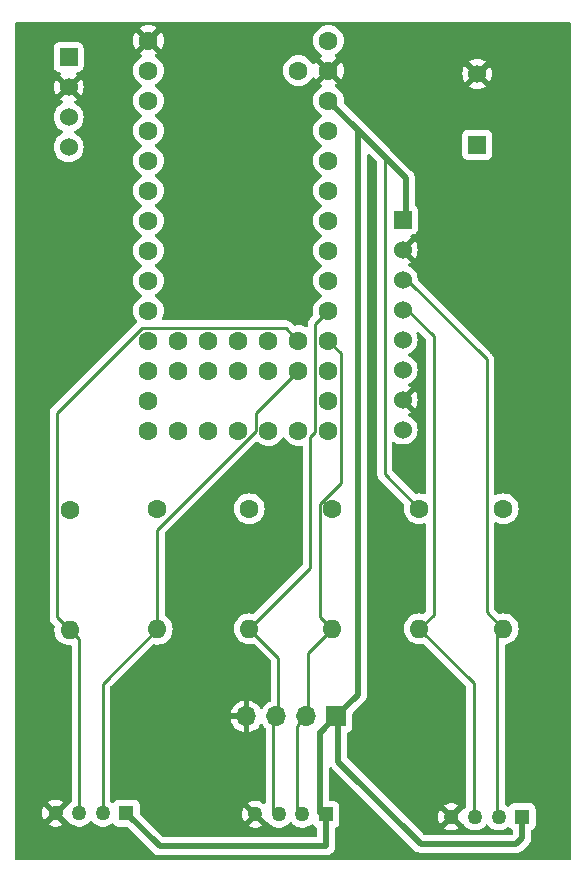
<source format=gbl>
G04 #@! TF.GenerationSoftware,KiCad,Pcbnew,8.0.5*
G04 #@! TF.CreationDate,2024-11-14T23:48:55-08:00*
G04 #@! TF.ProjectId,PCB,5043422e-6b69-4636-9164-5f7063625858,rev?*
G04 #@! TF.SameCoordinates,Original*
G04 #@! TF.FileFunction,Copper,L4,Bot*
G04 #@! TF.FilePolarity,Positive*
%FSLAX46Y46*%
G04 Gerber Fmt 4.6, Leading zero omitted, Abs format (unit mm)*
G04 Created by KiCad (PCBNEW 8.0.5) date 2024-11-14 23:48:55*
%MOMM*%
%LPD*%
G01*
G04 APERTURE LIST*
G04 #@! TA.AperFunction,ComponentPad*
%ADD10C,1.600000*%
G04 #@! TD*
G04 #@! TA.AperFunction,ComponentPad*
%ADD11O,1.600000X1.600000*%
G04 #@! TD*
G04 #@! TA.AperFunction,ComponentPad*
%ADD12R,1.524000X1.524000*%
G04 #@! TD*
G04 #@! TA.AperFunction,ComponentPad*
%ADD13C,1.524000*%
G04 #@! TD*
G04 #@! TA.AperFunction,ComponentPad*
%ADD14R,1.270000X1.270000*%
G04 #@! TD*
G04 #@! TA.AperFunction,ComponentPad*
%ADD15C,1.270000*%
G04 #@! TD*
G04 #@! TA.AperFunction,ComponentPad*
%ADD16R,1.700000X1.700000*%
G04 #@! TD*
G04 #@! TA.AperFunction,ComponentPad*
%ADD17O,1.700000X1.700000*%
G04 #@! TD*
G04 #@! TA.AperFunction,Conductor*
%ADD18C,0.508000*%
G04 #@! TD*
G04 #@! TA.AperFunction,Conductor*
%ADD19C,0.254000*%
G04 #@! TD*
G04 APERTURE END LIST*
D10*
X76760000Y-62080000D03*
X76760000Y-64620000D03*
X76760000Y-67160000D03*
X76760000Y-69700000D03*
X76760000Y-72240000D03*
X76760000Y-74780000D03*
X76760000Y-77320000D03*
X76760000Y-79860000D03*
X76760000Y-82400000D03*
X76760000Y-84940000D03*
X76760000Y-87480000D03*
X76760000Y-90020000D03*
X76760000Y-92560000D03*
X76760000Y-95100000D03*
X79300000Y-95100000D03*
X81840000Y-95100000D03*
X84380000Y-95100000D03*
X86920000Y-95100000D03*
X89460000Y-95100000D03*
X92000000Y-95100000D03*
X92000000Y-92560000D03*
X92000000Y-90020000D03*
X92000000Y-87480000D03*
X92000000Y-84940000D03*
X92000000Y-82400000D03*
X92000000Y-79860000D03*
X92000000Y-77320000D03*
X92000000Y-74780000D03*
X92000000Y-72240000D03*
X92000000Y-69700000D03*
X92000000Y-67160000D03*
X92000000Y-64620000D03*
X92000000Y-62080000D03*
X89460000Y-64620000D03*
X89460000Y-90020000D03*
X89460000Y-87480000D03*
X86920000Y-90020000D03*
X86920000Y-87480000D03*
X84380000Y-90020000D03*
X84380000Y-87480000D03*
X81840000Y-90020000D03*
X81840000Y-87480000D03*
X79300000Y-90020000D03*
X79300000Y-87480000D03*
X92300000Y-101760000D03*
D11*
X92300000Y-111920000D03*
D12*
X104600000Y-70900000D03*
D13*
X104600000Y-64900000D03*
D12*
X70000000Y-63480000D03*
D13*
X70000000Y-66020000D03*
X70000000Y-68560000D03*
X70000000Y-71100000D03*
D10*
X99700000Y-101720000D03*
D11*
X99700000Y-111880000D03*
D14*
X74899740Y-127499880D03*
D15*
X72898220Y-127500000D03*
X70901780Y-127500000D03*
X68900260Y-127500000D03*
D10*
X106800000Y-101720000D03*
D11*
X106800000Y-111880000D03*
D16*
X92680000Y-119300000D03*
D17*
X90140000Y-119300000D03*
X87600000Y-119300000D03*
X85060000Y-119300000D03*
D10*
X85300000Y-101720000D03*
D11*
X85300000Y-111880000D03*
D12*
X98289940Y-77239075D03*
D13*
X98289940Y-79779075D03*
X98289940Y-82319075D03*
X98289940Y-84859075D03*
X98289940Y-87399075D03*
X98289940Y-89939075D03*
X98289940Y-92479075D03*
X98289940Y-95019075D03*
D10*
X70100000Y-101820000D03*
D11*
X70100000Y-111980000D03*
D14*
X91800000Y-127600000D03*
D15*
X89798480Y-127600120D03*
X87802040Y-127600120D03*
X85800520Y-127600120D03*
D14*
X108399740Y-127799880D03*
D15*
X106398220Y-127800000D03*
X104401780Y-127800000D03*
X102400260Y-127800000D03*
D10*
X77500000Y-101760000D03*
D11*
X77500000Y-111920000D03*
D18*
X94520000Y-117460000D02*
X94520000Y-69680000D01*
X92680000Y-119300000D02*
X94520000Y-117460000D01*
X94520000Y-69680000D02*
X92000000Y-67160000D01*
X96770000Y-71930000D02*
X94520000Y-69680000D01*
D19*
X99700000Y-101720000D02*
X96770000Y-98790000D01*
D18*
X98550000Y-73710000D02*
X96770000Y-71930000D01*
D19*
X96770000Y-98790000D02*
X96770000Y-71930000D01*
X92840000Y-119100000D02*
X93354000Y-118586000D01*
D18*
X91299740Y-120640260D02*
X91339740Y-120640260D01*
X91339740Y-120640260D02*
X92680000Y-119300000D01*
D19*
X93054000Y-99515418D02*
X93054000Y-88534000D01*
X93054000Y-88534000D02*
X92000000Y-87480000D01*
X91246000Y-101323418D02*
X93054000Y-99515418D01*
X91246000Y-110866000D02*
X91246000Y-101323418D01*
X92300000Y-111920000D02*
X91246000Y-110866000D01*
D18*
X107900000Y-130100000D02*
X99800000Y-130100000D01*
X92840000Y-123140000D02*
X92840000Y-119100000D01*
X108399740Y-129600260D02*
X107900000Y-130100000D01*
X108399740Y-127799880D02*
X108399740Y-129600260D01*
X99800000Y-130100000D02*
X92840000Y-123140000D01*
X91800000Y-130300000D02*
X91800000Y-127600000D01*
X77699860Y-130300000D02*
X91800000Y-130300000D01*
X74899740Y-127499880D02*
X77699860Y-130300000D01*
X91299740Y-127499760D02*
X91299740Y-120640260D01*
D19*
X92840000Y-120204000D02*
X92840000Y-119100000D01*
X72898220Y-116521780D02*
X77500000Y-111920000D01*
X72898220Y-127500000D02*
X72898220Y-116521780D01*
X70901780Y-112781780D02*
X70100000Y-111980000D01*
X70901780Y-127500000D02*
X70901780Y-112781780D01*
X85840600Y-93639400D02*
X89460000Y-90020000D01*
X85840600Y-95165903D02*
X85840600Y-93639400D01*
X77500000Y-111920000D02*
X77500000Y-103506503D01*
X77500000Y-103506503D02*
X85840600Y-95165903D01*
X88380000Y-86400000D02*
X89460000Y-87480000D01*
X76200000Y-86400000D02*
X88380000Y-86400000D01*
X69020600Y-93579400D02*
X76200000Y-86400000D01*
X69020600Y-110900600D02*
X69020600Y-93579400D01*
X70100000Y-111980000D02*
X69020600Y-110900600D01*
X90900000Y-86040000D02*
X92000000Y-84940000D01*
X90900000Y-95186503D02*
X90900000Y-86040000D01*
X90466600Y-95619903D02*
X90900000Y-95186503D01*
X90466600Y-106713400D02*
X90466600Y-95619903D01*
X85300000Y-111880000D02*
X90466600Y-106713400D01*
X87760000Y-114340000D02*
X85300000Y-111880000D01*
X87760000Y-119100000D02*
X87760000Y-114340000D01*
X90300000Y-113920000D02*
X92300000Y-111920000D01*
X90300000Y-119100000D02*
X90300000Y-113920000D01*
X87301780Y-119558220D02*
X87760000Y-119100000D01*
X87301780Y-127499880D02*
X87301780Y-119558220D01*
X89298220Y-120101780D02*
X90300000Y-119100000D01*
X89298220Y-127499880D02*
X89298220Y-120101780D01*
X100900000Y-87120000D02*
X98550000Y-84770000D01*
X99700000Y-111880000D02*
X100900000Y-110680000D01*
X100900000Y-110680000D02*
X100900000Y-87120000D01*
X104301780Y-116481780D02*
X99700000Y-111880000D01*
X104301780Y-127500000D02*
X104301780Y-116481780D01*
X106298220Y-112381780D02*
X106800000Y-111880000D01*
X106298220Y-127500000D02*
X106298220Y-112381780D01*
X105393740Y-89073740D02*
X98550000Y-82230000D01*
X105393740Y-110473740D02*
X105393740Y-89073740D01*
X106800000Y-111880000D02*
X105393740Y-110473740D01*
D18*
X98550000Y-77150000D02*
X98550000Y-73710000D01*
D19*
X92300000Y-101760000D02*
X92460000Y-101600000D01*
G04 #@! TA.AperFunction,Conductor*
G36*
X88257865Y-95643348D02*
G01*
X88302382Y-95694725D01*
X88329429Y-95752728D01*
X88329432Y-95752734D01*
X88459954Y-95939141D01*
X88620858Y-96100045D01*
X88620861Y-96100047D01*
X88807266Y-96230568D01*
X89013504Y-96326739D01*
X89013509Y-96326740D01*
X89013511Y-96326741D01*
X89049145Y-96336289D01*
X89233308Y-96385635D01*
X89395230Y-96399801D01*
X89459998Y-96405468D01*
X89460000Y-96405468D01*
X89460002Y-96405468D01*
X89516673Y-96400509D01*
X89686692Y-96385635D01*
X89686703Y-96385631D01*
X89692026Y-96384694D01*
X89692406Y-96386850D01*
X89752836Y-96388278D01*
X89810705Y-96427431D01*
X89838221Y-96491655D01*
X89839100Y-96506397D01*
X89839100Y-106402118D01*
X89819415Y-106469157D01*
X89802781Y-106489799D01*
X85712590Y-110579989D01*
X85651267Y-110613474D01*
X85592816Y-110612083D01*
X85562930Y-110604075D01*
X85526694Y-110594365D01*
X85526686Y-110594364D01*
X85300002Y-110574532D01*
X85299998Y-110574532D01*
X85073313Y-110594364D01*
X85073302Y-110594366D01*
X84853511Y-110653258D01*
X84853502Y-110653261D01*
X84647267Y-110749431D01*
X84647265Y-110749432D01*
X84460858Y-110879954D01*
X84299954Y-111040858D01*
X84169432Y-111227265D01*
X84169431Y-111227267D01*
X84073261Y-111433502D01*
X84073258Y-111433511D01*
X84014366Y-111653302D01*
X84014364Y-111653313D01*
X83994532Y-111879998D01*
X83994532Y-111880001D01*
X84014364Y-112106686D01*
X84014366Y-112106697D01*
X84073258Y-112326488D01*
X84073261Y-112326497D01*
X84169431Y-112532732D01*
X84169432Y-112532734D01*
X84299954Y-112719141D01*
X84460858Y-112880045D01*
X84460861Y-112880047D01*
X84647266Y-113010568D01*
X84853504Y-113106739D01*
X85073308Y-113165635D01*
X85235230Y-113179801D01*
X85299998Y-113185468D01*
X85300000Y-113185468D01*
X85300002Y-113185468D01*
X85331421Y-113182719D01*
X85526692Y-113165635D01*
X85592815Y-113147917D01*
X85662665Y-113149578D01*
X85712591Y-113180010D01*
X87096181Y-114563600D01*
X87129666Y-114624923D01*
X87132500Y-114651281D01*
X87132500Y-117948889D01*
X87112815Y-118015928D01*
X87060905Y-118061271D01*
X86922171Y-118125964D01*
X86922169Y-118125965D01*
X86728597Y-118261505D01*
X86561508Y-118428594D01*
X86431269Y-118614595D01*
X86376692Y-118658219D01*
X86307193Y-118665412D01*
X86244839Y-118633890D01*
X86228119Y-118614594D01*
X86098113Y-118428926D01*
X86098108Y-118428920D01*
X85931082Y-118261894D01*
X85737578Y-118126399D01*
X85523492Y-118026570D01*
X85523486Y-118026567D01*
X85310000Y-117969364D01*
X85310000Y-118866988D01*
X85252993Y-118834075D01*
X85125826Y-118800000D01*
X84994174Y-118800000D01*
X84867007Y-118834075D01*
X84810000Y-118866988D01*
X84810000Y-117969364D01*
X84809999Y-117969364D01*
X84596513Y-118026567D01*
X84596507Y-118026570D01*
X84382422Y-118126399D01*
X84382420Y-118126400D01*
X84188926Y-118261886D01*
X84188920Y-118261891D01*
X84021891Y-118428920D01*
X84021886Y-118428926D01*
X83886400Y-118622420D01*
X83886399Y-118622422D01*
X83786570Y-118836507D01*
X83786567Y-118836513D01*
X83729364Y-119049999D01*
X83729364Y-119050000D01*
X84626988Y-119050000D01*
X84594075Y-119107007D01*
X84560000Y-119234174D01*
X84560000Y-119365826D01*
X84594075Y-119492993D01*
X84626988Y-119550000D01*
X83729364Y-119550000D01*
X83786567Y-119763486D01*
X83786570Y-119763492D01*
X83886399Y-119977578D01*
X84021894Y-120171082D01*
X84188917Y-120338105D01*
X84382421Y-120473600D01*
X84596507Y-120573429D01*
X84596516Y-120573433D01*
X84810000Y-120630634D01*
X84810000Y-119733012D01*
X84867007Y-119765925D01*
X84994174Y-119800000D01*
X85125826Y-119800000D01*
X85252993Y-119765925D01*
X85310000Y-119733012D01*
X85310000Y-120630633D01*
X85523483Y-120573433D01*
X85523492Y-120573429D01*
X85737578Y-120473600D01*
X85931082Y-120338105D01*
X86098105Y-120171082D01*
X86228119Y-119985405D01*
X86282696Y-119941781D01*
X86352195Y-119934588D01*
X86414549Y-119966110D01*
X86431269Y-119985405D01*
X86561505Y-120171401D01*
X86561506Y-120171402D01*
X86637961Y-120247857D01*
X86671446Y-120309180D01*
X86674280Y-120335538D01*
X86674280Y-126583553D01*
X86654595Y-126650592D01*
X86601791Y-126696347D01*
X86532633Y-126706291D01*
X86485003Y-126688980D01*
X86308603Y-126579758D01*
X86308597Y-126579756D01*
X86112456Y-126503771D01*
X85905691Y-126465120D01*
X85695349Y-126465120D01*
X85488584Y-126503771D01*
X85488583Y-126503771D01*
X85292443Y-126579755D01*
X85194407Y-126640455D01*
X85755293Y-127201340D01*
X85748020Y-127201340D01*
X85646597Y-127228516D01*
X85555663Y-127281017D01*
X85481417Y-127355263D01*
X85428916Y-127446197D01*
X85401740Y-127547620D01*
X85401740Y-127554893D01*
X84838066Y-126991219D01*
X84838065Y-126991219D01*
X84831390Y-127000059D01*
X84737631Y-127188350D01*
X84680065Y-127390675D01*
X84660658Y-127600119D01*
X84660658Y-127600120D01*
X84680065Y-127809564D01*
X84737631Y-128011889D01*
X84831391Y-128200182D01*
X84838065Y-128209019D01*
X85401740Y-127645346D01*
X85401740Y-127652620D01*
X85428916Y-127754043D01*
X85481417Y-127844977D01*
X85555663Y-127919223D01*
X85646597Y-127971724D01*
X85748020Y-127998900D01*
X85755293Y-127998900D01*
X85194407Y-128559783D01*
X85292438Y-128620482D01*
X85292440Y-128620483D01*
X85488583Y-128696468D01*
X85695349Y-128735120D01*
X85905691Y-128735120D01*
X86112455Y-128696468D01*
X86112456Y-128696468D01*
X86308599Y-128620483D01*
X86308600Y-128620482D01*
X86406630Y-128559784D01*
X86406631Y-128559783D01*
X85845748Y-127998900D01*
X85853020Y-127998900D01*
X85954443Y-127971724D01*
X86045377Y-127919223D01*
X86119623Y-127844977D01*
X86172124Y-127754043D01*
X86199300Y-127652620D01*
X86199300Y-127645347D01*
X86762972Y-128209019D01*
X86768136Y-128208661D01*
X86836377Y-128223659D01*
X86875671Y-128257637D01*
X86929308Y-128328663D01*
X86939743Y-128342482D01*
X86959301Y-128368380D01*
X87114816Y-128510150D01*
X87114818Y-128510152D01*
X87293732Y-128620931D01*
X87293738Y-128620934D01*
X87318483Y-128630520D01*
X87489964Y-128696952D01*
X87696820Y-128735620D01*
X87696822Y-128735620D01*
X87907258Y-128735620D01*
X87907260Y-128735620D01*
X88114116Y-128696952D01*
X88310344Y-128620933D01*
X88489263Y-128510151D01*
X88621417Y-128389676D01*
X88644778Y-128368381D01*
X88664336Y-128342483D01*
X88701306Y-128293525D01*
X88757415Y-128251890D01*
X88827127Y-128247199D01*
X88888309Y-128280941D01*
X88899214Y-128293526D01*
X88955741Y-128368381D01*
X89111256Y-128510150D01*
X89111258Y-128510152D01*
X89290172Y-128620931D01*
X89290178Y-128620934D01*
X89314923Y-128630520D01*
X89486404Y-128696952D01*
X89693260Y-128735620D01*
X89693262Y-128735620D01*
X89903698Y-128735620D01*
X89903700Y-128735620D01*
X90110556Y-128696952D01*
X90306784Y-128620933D01*
X90485703Y-128510151D01*
X90539338Y-128461255D01*
X90602138Y-128430640D01*
X90671525Y-128438837D01*
X90722140Y-128478582D01*
X90753755Y-128520814D01*
X90789273Y-128568260D01*
X90807455Y-128592547D01*
X90922666Y-128678794D01*
X90922664Y-128678794D01*
X90922668Y-128678795D01*
X90922669Y-128678796D01*
X90964833Y-128694522D01*
X91020765Y-128736390D01*
X91045184Y-128801854D01*
X91045500Y-128810703D01*
X91045500Y-129421500D01*
X91025815Y-129488539D01*
X90973011Y-129534294D01*
X90921500Y-129545500D01*
X78063746Y-129545500D01*
X77996707Y-129525815D01*
X77976065Y-129509181D01*
X76071558Y-127604673D01*
X76038073Y-127543350D01*
X76035239Y-127516992D01*
X76035239Y-126817009D01*
X76035238Y-126817003D01*
X76034198Y-126807332D01*
X76028831Y-126757397D01*
X76019261Y-126731739D01*
X75978537Y-126622551D01*
X75978533Y-126622544D01*
X75892287Y-126507335D01*
X75892284Y-126507332D01*
X75777075Y-126421086D01*
X75777068Y-126421082D01*
X75642222Y-126370788D01*
X75642223Y-126370788D01*
X75582623Y-126364381D01*
X75582621Y-126364380D01*
X75582613Y-126364380D01*
X75582604Y-126364380D01*
X74216869Y-126364380D01*
X74216863Y-126364381D01*
X74157256Y-126370788D01*
X74022411Y-126421082D01*
X74022404Y-126421086D01*
X73907195Y-126507332D01*
X73821774Y-126621439D01*
X73765840Y-126663309D01*
X73696148Y-126668293D01*
X73638971Y-126638765D01*
X73585443Y-126589969D01*
X73585439Y-126589966D01*
X73584438Y-126589346D01*
X73584060Y-126588924D01*
X73580867Y-126586513D01*
X73581338Y-126585888D01*
X73537805Y-126537316D01*
X73525720Y-126483922D01*
X73525720Y-116833060D01*
X73545405Y-116766021D01*
X73562034Y-116745384D01*
X77087409Y-113220008D01*
X77148730Y-113186525D01*
X77207180Y-113187915D01*
X77273308Y-113205635D01*
X77435230Y-113219801D01*
X77499998Y-113225468D01*
X77500000Y-113225468D01*
X77500002Y-113225468D01*
X77562385Y-113220010D01*
X77726692Y-113205635D01*
X77946496Y-113146739D01*
X78152734Y-113050568D01*
X78339139Y-112920047D01*
X78500047Y-112759139D01*
X78630568Y-112572734D01*
X78726739Y-112366496D01*
X78785635Y-112146692D01*
X78805468Y-111920000D01*
X78801968Y-111880000D01*
X78799801Y-111855230D01*
X78785635Y-111693308D01*
X78726739Y-111473504D01*
X78630568Y-111267266D01*
X78500047Y-111080861D01*
X78500045Y-111080858D01*
X78339141Y-110919954D01*
X78180377Y-110808787D01*
X78136752Y-110754210D01*
X78127500Y-110707212D01*
X78127500Y-103817784D01*
X78147185Y-103750745D01*
X78163819Y-103730103D01*
X80173924Y-101719998D01*
X83994532Y-101719998D01*
X83994532Y-101720001D01*
X84014364Y-101946686D01*
X84014366Y-101946697D01*
X84073258Y-102166488D01*
X84073261Y-102166497D01*
X84169431Y-102372732D01*
X84169432Y-102372734D01*
X84299954Y-102559141D01*
X84460858Y-102720045D01*
X84460861Y-102720047D01*
X84647266Y-102850568D01*
X84853504Y-102946739D01*
X85073308Y-103005635D01*
X85227122Y-103019092D01*
X85299998Y-103025468D01*
X85300000Y-103025468D01*
X85300002Y-103025468D01*
X85356673Y-103020509D01*
X85526692Y-103005635D01*
X85746496Y-102946739D01*
X85952734Y-102850568D01*
X86139139Y-102720047D01*
X86300047Y-102559139D01*
X86430568Y-102372734D01*
X86526739Y-102166496D01*
X86585635Y-101946692D01*
X86605468Y-101720000D01*
X86585635Y-101493308D01*
X86526739Y-101273504D01*
X86430568Y-101067266D01*
X86300047Y-100880861D01*
X86300045Y-100880858D01*
X86139141Y-100719954D01*
X85952734Y-100589432D01*
X85952732Y-100589431D01*
X85746497Y-100493261D01*
X85746488Y-100493258D01*
X85526697Y-100434366D01*
X85526693Y-100434365D01*
X85526692Y-100434365D01*
X85526691Y-100434364D01*
X85526686Y-100434364D01*
X85300002Y-100414532D01*
X85299998Y-100414532D01*
X85073313Y-100434364D01*
X85073302Y-100434366D01*
X84853511Y-100493258D01*
X84853502Y-100493261D01*
X84647267Y-100589431D01*
X84647265Y-100589432D01*
X84460858Y-100719954D01*
X84299954Y-100880858D01*
X84169432Y-101067265D01*
X84169431Y-101067267D01*
X84073261Y-101273502D01*
X84073258Y-101273511D01*
X84014366Y-101493302D01*
X84014364Y-101493313D01*
X83994532Y-101719998D01*
X80173924Y-101719998D01*
X81997397Y-99896525D01*
X85849688Y-96044233D01*
X85911009Y-96010750D01*
X85980701Y-96015734D01*
X86025048Y-96044235D01*
X86080858Y-96100045D01*
X86080861Y-96100047D01*
X86267266Y-96230568D01*
X86473504Y-96326739D01*
X86473509Y-96326740D01*
X86473511Y-96326741D01*
X86509145Y-96336289D01*
X86693308Y-96385635D01*
X86855230Y-96399801D01*
X86919998Y-96405468D01*
X86920000Y-96405468D01*
X86920002Y-96405468D01*
X86976673Y-96400509D01*
X87146692Y-96385635D01*
X87366496Y-96326739D01*
X87572734Y-96230568D01*
X87759139Y-96100047D01*
X87920047Y-95939139D01*
X88050568Y-95752734D01*
X88077618Y-95694724D01*
X88123790Y-95642285D01*
X88190983Y-95623133D01*
X88257865Y-95643348D01*
G37*
G04 #@! TD.AperFunction*
G04 #@! TA.AperFunction,Conductor*
G36*
X95479703Y-71707173D02*
G01*
X95486181Y-71713205D01*
X96106181Y-72333205D01*
X96139666Y-72394528D01*
X96142500Y-72420886D01*
X96142500Y-98851807D01*
X96166612Y-98973028D01*
X96166613Y-98973032D01*
X96166614Y-98973035D01*
X96189385Y-99028007D01*
X96213917Y-99087233D01*
X96213918Y-99087235D01*
X96213920Y-99087239D01*
X96282588Y-99190007D01*
X96282591Y-99190011D01*
X98399989Y-101307408D01*
X98433474Y-101368731D01*
X98432083Y-101427182D01*
X98414366Y-101493302D01*
X98414364Y-101493313D01*
X98394532Y-101719998D01*
X98394532Y-101720001D01*
X98414364Y-101946686D01*
X98414366Y-101946697D01*
X98473258Y-102166488D01*
X98473261Y-102166497D01*
X98569431Y-102372732D01*
X98569432Y-102372734D01*
X98699954Y-102559141D01*
X98860858Y-102720045D01*
X98860861Y-102720047D01*
X99047266Y-102850568D01*
X99253504Y-102946739D01*
X99473308Y-103005635D01*
X99627122Y-103019092D01*
X99699998Y-103025468D01*
X99700000Y-103025468D01*
X99700002Y-103025468D01*
X99756673Y-103020509D01*
X99926692Y-103005635D01*
X100116407Y-102954801D01*
X100186256Y-102956464D01*
X100244119Y-102995626D01*
X100271623Y-103059855D01*
X100272500Y-103074576D01*
X100272500Y-110368718D01*
X100252815Y-110435757D01*
X100236181Y-110456399D01*
X100112591Y-110579989D01*
X100051268Y-110613474D01*
X99992817Y-110612083D01*
X99926697Y-110594366D01*
X99926693Y-110594365D01*
X99926692Y-110594365D01*
X99926691Y-110594364D01*
X99926686Y-110594364D01*
X99700002Y-110574532D01*
X99699998Y-110574532D01*
X99473313Y-110594364D01*
X99473302Y-110594366D01*
X99253511Y-110653258D01*
X99253502Y-110653261D01*
X99047267Y-110749431D01*
X99047265Y-110749432D01*
X98860858Y-110879954D01*
X98699954Y-111040858D01*
X98569432Y-111227265D01*
X98569431Y-111227267D01*
X98473261Y-111433502D01*
X98473258Y-111433511D01*
X98414366Y-111653302D01*
X98414364Y-111653313D01*
X98394532Y-111879998D01*
X98394532Y-111880001D01*
X98414364Y-112106686D01*
X98414366Y-112106697D01*
X98473258Y-112326488D01*
X98473261Y-112326497D01*
X98569431Y-112532732D01*
X98569432Y-112532734D01*
X98699954Y-112719141D01*
X98860858Y-112880045D01*
X98860861Y-112880047D01*
X99047266Y-113010568D01*
X99253504Y-113106739D01*
X99473308Y-113165635D01*
X99635230Y-113179801D01*
X99699998Y-113185468D01*
X99700000Y-113185468D01*
X99700002Y-113185468D01*
X99731421Y-113182719D01*
X99926692Y-113165635D01*
X99992815Y-113147917D01*
X100062665Y-113149578D01*
X100112591Y-113180010D01*
X103637961Y-116705380D01*
X103671446Y-116766703D01*
X103674280Y-116793061D01*
X103674280Y-126871934D01*
X103654595Y-126938973D01*
X103633818Y-126963571D01*
X103559041Y-127031739D01*
X103475412Y-127142481D01*
X103419302Y-127184117D01*
X103367875Y-127191457D01*
X103362712Y-127191098D01*
X102799040Y-127754771D01*
X102799040Y-127747500D01*
X102771864Y-127646077D01*
X102719363Y-127555143D01*
X102645117Y-127480897D01*
X102554183Y-127428396D01*
X102452760Y-127401220D01*
X102445488Y-127401220D01*
X103006371Y-126840335D01*
X103006370Y-126840334D01*
X102908343Y-126779638D01*
X102908337Y-126779636D01*
X102712196Y-126703651D01*
X102505431Y-126665000D01*
X102295089Y-126665000D01*
X102088324Y-126703651D01*
X102088323Y-126703651D01*
X101892183Y-126779635D01*
X101794147Y-126840335D01*
X102355033Y-127401220D01*
X102347760Y-127401220D01*
X102246337Y-127428396D01*
X102155403Y-127480897D01*
X102081157Y-127555143D01*
X102028656Y-127646077D01*
X102001480Y-127747500D01*
X102001480Y-127754773D01*
X101437806Y-127191099D01*
X101437805Y-127191099D01*
X101431130Y-127199939D01*
X101337371Y-127388230D01*
X101279805Y-127590555D01*
X101260398Y-127799999D01*
X101260398Y-127800000D01*
X101279805Y-128009444D01*
X101337371Y-128211769D01*
X101431131Y-128400062D01*
X101437805Y-128408899D01*
X102001480Y-127845226D01*
X102001480Y-127852500D01*
X102028656Y-127953923D01*
X102081157Y-128044857D01*
X102155403Y-128119103D01*
X102246337Y-128171604D01*
X102347760Y-128198780D01*
X102355033Y-128198780D01*
X101794147Y-128759663D01*
X101892178Y-128820362D01*
X101892180Y-128820363D01*
X102088323Y-128896348D01*
X102295089Y-128935000D01*
X102505431Y-128935000D01*
X102712195Y-128896348D01*
X102712196Y-128896348D01*
X102908339Y-128820363D01*
X102908340Y-128820362D01*
X103006370Y-128759664D01*
X103006371Y-128759663D01*
X102445488Y-128198780D01*
X102452760Y-128198780D01*
X102554183Y-128171604D01*
X102645117Y-128119103D01*
X102719363Y-128044857D01*
X102771864Y-127953923D01*
X102799040Y-127852500D01*
X102799040Y-127845227D01*
X103362712Y-128408899D01*
X103367876Y-128408541D01*
X103436117Y-128423539D01*
X103475411Y-128457517D01*
X103515160Y-128510153D01*
X103539483Y-128542362D01*
X103559041Y-128568260D01*
X103714556Y-128710030D01*
X103714558Y-128710032D01*
X103893472Y-128820811D01*
X103893478Y-128820814D01*
X103935048Y-128836918D01*
X104089704Y-128896832D01*
X104296560Y-128935500D01*
X104296562Y-128935500D01*
X104506998Y-128935500D01*
X104507000Y-128935500D01*
X104713856Y-128896832D01*
X104910084Y-128820813D01*
X105089003Y-128710031D01*
X105244520Y-128568259D01*
X105301046Y-128493405D01*
X105357155Y-128451770D01*
X105426867Y-128447079D01*
X105488049Y-128480821D01*
X105498950Y-128493402D01*
X105519310Y-128520362D01*
X105555481Y-128568261D01*
X105710996Y-128710030D01*
X105710998Y-128710032D01*
X105889912Y-128820811D01*
X105889918Y-128820814D01*
X105931488Y-128836918D01*
X106086144Y-128896832D01*
X106293000Y-128935500D01*
X106293002Y-128935500D01*
X106503438Y-128935500D01*
X106503440Y-128935500D01*
X106710296Y-128896832D01*
X106906524Y-128820813D01*
X107085443Y-128710031D01*
X107139078Y-128661135D01*
X107201878Y-128630520D01*
X107271265Y-128638717D01*
X107321880Y-128678462D01*
X107407195Y-128792427D01*
X107522406Y-128878674D01*
X107522404Y-128878674D01*
X107522408Y-128878675D01*
X107522409Y-128878676D01*
X107564573Y-128894402D01*
X107620505Y-128936270D01*
X107644924Y-129001734D01*
X107645240Y-129010583D01*
X107645240Y-129221500D01*
X107625555Y-129288539D01*
X107572751Y-129334294D01*
X107521240Y-129345500D01*
X100163886Y-129345500D01*
X100096847Y-129325815D01*
X100076205Y-129309181D01*
X93630819Y-122863794D01*
X93597334Y-122802471D01*
X93594500Y-122776113D01*
X93594500Y-120746217D01*
X93614185Y-120679178D01*
X93666989Y-120633423D01*
X93675157Y-120630039D01*
X93772331Y-120593796D01*
X93887546Y-120507546D01*
X93973796Y-120392331D01*
X94024091Y-120257483D01*
X94030500Y-120197873D01*
X94030499Y-119067886D01*
X94050184Y-119000848D01*
X94066818Y-118980206D01*
X95106056Y-117940969D01*
X95106057Y-117940968D01*
X95106057Y-117940967D01*
X95106059Y-117940966D01*
X95188630Y-117817389D01*
X95245505Y-117680079D01*
X95274501Y-117534312D01*
X95274501Y-117385688D01*
X95274501Y-117380578D01*
X95274500Y-117380552D01*
X95274500Y-71800886D01*
X95294185Y-71733847D01*
X95346989Y-71688092D01*
X95416147Y-71678148D01*
X95479703Y-71707173D01*
G37*
G04 #@! TD.AperFunction*
G04 #@! TA.AperFunction,Conductor*
G36*
X99648373Y-86755792D02*
G01*
X100236181Y-87343600D01*
X100269666Y-87404923D01*
X100272500Y-87431281D01*
X100272500Y-100365423D01*
X100252815Y-100432462D01*
X100200011Y-100478217D01*
X100130853Y-100488161D01*
X100116407Y-100485198D01*
X99926697Y-100434366D01*
X99926693Y-100434365D01*
X99926692Y-100434365D01*
X99926691Y-100434364D01*
X99926686Y-100434364D01*
X99700002Y-100414532D01*
X99699998Y-100414532D01*
X99473313Y-100434364D01*
X99473302Y-100434366D01*
X99407182Y-100452083D01*
X99337332Y-100450420D01*
X99287408Y-100419989D01*
X97433819Y-98566400D01*
X97400334Y-98505077D01*
X97397500Y-98478719D01*
X97397500Y-96173612D01*
X97417185Y-96106573D01*
X97469989Y-96060818D01*
X97539147Y-96050874D01*
X97592623Y-96072037D01*
X97656278Y-96116609D01*
X97856490Y-96209969D01*
X98069872Y-96267145D01*
X98227063Y-96280897D01*
X98289938Y-96286398D01*
X98289940Y-96286398D01*
X98289942Y-96286398D01*
X98344957Y-96281584D01*
X98510008Y-96267145D01*
X98723390Y-96209969D01*
X98923602Y-96116609D01*
X99104560Y-95989901D01*
X99260766Y-95833695D01*
X99387474Y-95652737D01*
X99480834Y-95452525D01*
X99538010Y-95239143D01*
X99557263Y-95019075D01*
X99538010Y-94799007D01*
X99480834Y-94585625D01*
X99387474Y-94385414D01*
X99260766Y-94204455D01*
X99104560Y-94048249D01*
X99104556Y-94048246D01*
X99104555Y-94048245D01*
X98923606Y-93921543D01*
X98923602Y-93921541D01*
X98794158Y-93861180D01*
X98741719Y-93815007D01*
X98722567Y-93747814D01*
X98742783Y-93680933D01*
X98794159Y-93636415D01*
X98923356Y-93576170D01*
X98923357Y-93576169D01*
X98988128Y-93530816D01*
X98317387Y-92860075D01*
X98340100Y-92860075D01*
X98437001Y-92834111D01*
X98523880Y-92783951D01*
X98594816Y-92713015D01*
X98644976Y-92626136D01*
X98670940Y-92529235D01*
X98670940Y-92506522D01*
X99341681Y-93177263D01*
X99387034Y-93112492D01*
X99387040Y-93112482D01*
X99480359Y-92912359D01*
X99480364Y-92912345D01*
X99537513Y-92699061D01*
X99537515Y-92699051D01*
X99556761Y-92479075D01*
X99556761Y-92479074D01*
X99537515Y-92259098D01*
X99537513Y-92259088D01*
X99480364Y-92045804D01*
X99480360Y-92045795D01*
X99387036Y-91845661D01*
X99341681Y-91780886D01*
X99341680Y-91780885D01*
X98670940Y-92451626D01*
X98670940Y-92428915D01*
X98644976Y-92332014D01*
X98594816Y-92245135D01*
X98523880Y-92174199D01*
X98437001Y-92124039D01*
X98340100Y-92098075D01*
X98317387Y-92098075D01*
X98988128Y-91427333D01*
X98923351Y-91381976D01*
X98923345Y-91381973D01*
X98794159Y-91321733D01*
X98741719Y-91275561D01*
X98722567Y-91208368D01*
X98742783Y-91141486D01*
X98794159Y-91096969D01*
X98923602Y-91036609D01*
X99104560Y-90909901D01*
X99260766Y-90753695D01*
X99387474Y-90572737D01*
X99480834Y-90372525D01*
X99538010Y-90159143D01*
X99557263Y-89939075D01*
X99538010Y-89719007D01*
X99480834Y-89505625D01*
X99387474Y-89305414D01*
X99260766Y-89124455D01*
X99104560Y-88968249D01*
X99104556Y-88968246D01*
X99104555Y-88968245D01*
X98923606Y-88841543D01*
X98923598Y-88841539D01*
X98794751Y-88781457D01*
X98742311Y-88735285D01*
X98723159Y-88668092D01*
X98743375Y-88601210D01*
X98794751Y-88556693D01*
X98800742Y-88553899D01*
X98923602Y-88496609D01*
X99104560Y-88369901D01*
X99260766Y-88213695D01*
X99387474Y-88032737D01*
X99480834Y-87832525D01*
X99538010Y-87619143D01*
X99554445Y-87431281D01*
X99557263Y-87399077D01*
X99557263Y-87399072D01*
X99538010Y-87179012D01*
X99538010Y-87179007D01*
X99480834Y-86965625D01*
X99448309Y-86895876D01*
X99437818Y-86826801D01*
X99466338Y-86763017D01*
X99524814Y-86724777D01*
X99594682Y-86724222D01*
X99648373Y-86755792D01*
G37*
G04 #@! TD.AperFunction*
G04 #@! TA.AperFunction,Conductor*
G36*
X112442539Y-60520185D02*
G01*
X112488294Y-60572989D01*
X112499500Y-60624500D01*
X112499500Y-131375500D01*
X112479815Y-131442539D01*
X112427011Y-131488294D01*
X112375500Y-131499500D01*
X65624500Y-131499500D01*
X65557461Y-131479815D01*
X65511706Y-131427011D01*
X65500500Y-131375500D01*
X65500500Y-127499999D01*
X67760398Y-127499999D01*
X67760398Y-127500000D01*
X67779805Y-127709444D01*
X67837371Y-127911769D01*
X67931131Y-128100062D01*
X67937805Y-128108899D01*
X68501480Y-127545226D01*
X68501480Y-127552500D01*
X68528656Y-127653923D01*
X68581157Y-127744857D01*
X68655403Y-127819103D01*
X68746337Y-127871604D01*
X68847760Y-127898780D01*
X68855033Y-127898780D01*
X68294147Y-128459663D01*
X68392178Y-128520362D01*
X68392180Y-128520363D01*
X68588323Y-128596348D01*
X68795089Y-128635000D01*
X69005431Y-128635000D01*
X69212195Y-128596348D01*
X69212196Y-128596348D01*
X69408339Y-128520363D01*
X69408340Y-128520362D01*
X69506370Y-128459664D01*
X69506371Y-128459663D01*
X68945488Y-127898780D01*
X68952760Y-127898780D01*
X69054183Y-127871604D01*
X69145117Y-127819103D01*
X69219363Y-127744857D01*
X69271864Y-127653923D01*
X69299040Y-127552500D01*
X69299040Y-127545227D01*
X69862712Y-128108899D01*
X69867876Y-128108541D01*
X69936117Y-128123539D01*
X69975411Y-128157517D01*
X70059041Y-128268260D01*
X70075061Y-128282864D01*
X70203621Y-128400062D01*
X70214556Y-128410030D01*
X70214558Y-128410032D01*
X70393472Y-128520811D01*
X70393478Y-128520814D01*
X70435048Y-128536918D01*
X70589704Y-128596832D01*
X70796560Y-128635500D01*
X70796562Y-128635500D01*
X71006998Y-128635500D01*
X71007000Y-128635500D01*
X71213856Y-128596832D01*
X71410084Y-128520813D01*
X71589003Y-128410031D01*
X71728499Y-128282864D01*
X71744518Y-128268261D01*
X71760424Y-128247199D01*
X71801046Y-128193405D01*
X71857155Y-128151770D01*
X71926867Y-128147079D01*
X71988049Y-128180821D01*
X71998950Y-128193402D01*
X72010474Y-128208661D01*
X72055481Y-128268261D01*
X72210996Y-128410030D01*
X72210998Y-128410032D01*
X72389912Y-128520811D01*
X72389918Y-128520814D01*
X72431488Y-128536918D01*
X72586144Y-128596832D01*
X72793000Y-128635500D01*
X72793002Y-128635500D01*
X73003438Y-128635500D01*
X73003440Y-128635500D01*
X73210296Y-128596832D01*
X73406524Y-128520813D01*
X73585443Y-128410031D01*
X73639078Y-128361135D01*
X73701878Y-128330520D01*
X73771265Y-128338717D01*
X73821880Y-128378462D01*
X73855625Y-128423539D01*
X73898506Y-128480821D01*
X73907195Y-128492427D01*
X74022404Y-128578673D01*
X74022411Y-128578677D01*
X74059591Y-128592544D01*
X74157257Y-128628971D01*
X74216867Y-128635380D01*
X74916852Y-128635379D01*
X74983891Y-128655063D01*
X75004533Y-128671698D01*
X77109460Y-130776624D01*
X77109481Y-130776647D01*
X77218889Y-130886055D01*
X77218892Y-130886057D01*
X77218894Y-130886059D01*
X77301465Y-130941230D01*
X77342471Y-130968630D01*
X77422903Y-131001945D01*
X77422904Y-131001946D01*
X77446463Y-131011704D01*
X77479780Y-131025505D01*
X77479789Y-131025506D01*
X77479790Y-131025507D01*
X77503963Y-131030315D01*
X77503970Y-131030316D01*
X77625546Y-131054501D01*
X77625548Y-131054501D01*
X77780286Y-131054501D01*
X77780306Y-131054500D01*
X91874313Y-131054500D01*
X91874314Y-131054499D01*
X92020080Y-131025505D01*
X92157390Y-130968629D01*
X92280966Y-130886059D01*
X92386059Y-130780966D01*
X92468629Y-130657390D01*
X92525505Y-130520080D01*
X92554500Y-130374312D01*
X92554500Y-128810703D01*
X92574185Y-128743664D01*
X92626989Y-128697909D01*
X92635143Y-128694530D01*
X92677331Y-128678796D01*
X92679449Y-128677211D01*
X92715447Y-128650261D01*
X92792546Y-128592546D01*
X92878796Y-128477331D01*
X92929091Y-128342483D01*
X92935500Y-128282873D01*
X92935499Y-126917128D01*
X92929091Y-126857517D01*
X92927376Y-126852920D01*
X92878797Y-126722671D01*
X92878793Y-126722664D01*
X92792547Y-126607455D01*
X92792544Y-126607452D01*
X92677335Y-126521206D01*
X92677328Y-126521202D01*
X92542482Y-126470908D01*
X92542483Y-126470908D01*
X92482883Y-126464501D01*
X92482881Y-126464500D01*
X92482873Y-126464500D01*
X92482865Y-126464500D01*
X92178240Y-126464500D01*
X92111201Y-126444815D01*
X92065446Y-126392011D01*
X92054240Y-126340500D01*
X92054240Y-123720627D01*
X92073925Y-123653588D01*
X92126729Y-123607833D01*
X92195887Y-123597889D01*
X92259443Y-123626914D01*
X92265921Y-123632946D01*
X99209600Y-130576624D01*
X99209621Y-130576647D01*
X99319028Y-130686054D01*
X99319035Y-130686060D01*
X99442608Y-130768628D01*
X99442609Y-130768628D01*
X99442610Y-130768629D01*
X99579920Y-130825505D01*
X99725683Y-130854499D01*
X99725687Y-130854500D01*
X99725688Y-130854500D01*
X99874312Y-130854500D01*
X107819554Y-130854500D01*
X107819574Y-130854501D01*
X107825688Y-130854501D01*
X107974314Y-130854501D01*
X108095894Y-130830315D01*
X108095894Y-130830316D01*
X108095900Y-130830313D01*
X108120080Y-130825505D01*
X108155942Y-130810649D01*
X108176944Y-130801951D01*
X108176947Y-130801949D01*
X108176955Y-130801946D01*
X108257389Y-130768630D01*
X108380966Y-130686059D01*
X108985799Y-130081226D01*
X109068370Y-129957650D01*
X109125245Y-129820339D01*
X109125505Y-129819035D01*
X109130055Y-129796155D01*
X109130056Y-129796155D01*
X109130056Y-129796148D01*
X109154241Y-129674572D01*
X109154241Y-129525948D01*
X109154241Y-129520838D01*
X109154240Y-129520812D01*
X109154240Y-129010583D01*
X109173925Y-128943544D01*
X109226729Y-128897789D01*
X109234883Y-128894410D01*
X109277071Y-128878676D01*
X109392286Y-128792426D01*
X109478536Y-128677211D01*
X109528831Y-128542363D01*
X109535240Y-128482753D01*
X109535239Y-127117008D01*
X109528831Y-127057397D01*
X109519261Y-127031739D01*
X109478537Y-126922551D01*
X109478533Y-126922544D01*
X109392287Y-126807335D01*
X109392284Y-126807332D01*
X109277075Y-126721086D01*
X109277068Y-126721082D01*
X109142222Y-126670788D01*
X109142223Y-126670788D01*
X109082623Y-126664381D01*
X109082621Y-126664380D01*
X109082613Y-126664380D01*
X109082604Y-126664380D01*
X107716869Y-126664380D01*
X107716863Y-126664381D01*
X107657256Y-126670788D01*
X107522411Y-126721082D01*
X107522404Y-126721086D01*
X107407195Y-126807332D01*
X107321774Y-126921439D01*
X107265840Y-126963309D01*
X107196148Y-126968293D01*
X107138971Y-126938765D01*
X107085443Y-126889969D01*
X107085438Y-126889965D01*
X106984442Y-126827430D01*
X106937807Y-126775402D01*
X106925720Y-126722004D01*
X106925720Y-113287487D01*
X106945405Y-113220448D01*
X106998209Y-113174693D01*
X107021568Y-113167430D01*
X107021463Y-113167036D01*
X107026692Y-113165635D01*
X107246496Y-113106739D01*
X107452734Y-113010568D01*
X107639139Y-112880047D01*
X107800047Y-112719139D01*
X107930568Y-112532734D01*
X108026739Y-112326496D01*
X108085635Y-112106692D01*
X108105468Y-111880000D01*
X108085635Y-111653308D01*
X108026739Y-111433504D01*
X107930568Y-111227266D01*
X107805773Y-111049039D01*
X107800045Y-111040858D01*
X107639141Y-110879954D01*
X107452734Y-110749432D01*
X107452732Y-110749431D01*
X107246497Y-110653261D01*
X107246488Y-110653258D01*
X107026697Y-110594366D01*
X107026693Y-110594365D01*
X107026692Y-110594365D01*
X107026691Y-110594364D01*
X107026686Y-110594364D01*
X106800002Y-110574532D01*
X106799998Y-110574532D01*
X106573313Y-110594364D01*
X106573302Y-110594366D01*
X106507182Y-110612083D01*
X106437332Y-110610420D01*
X106387408Y-110579989D01*
X106057559Y-110250140D01*
X106024074Y-110188817D01*
X106021240Y-110162459D01*
X106021240Y-102986442D01*
X106040925Y-102919403D01*
X106093729Y-102873648D01*
X106162887Y-102863704D01*
X106197643Y-102874059D01*
X106353504Y-102946739D01*
X106573308Y-103005635D01*
X106727122Y-103019092D01*
X106799998Y-103025468D01*
X106800000Y-103025468D01*
X106800002Y-103025468D01*
X106856673Y-103020509D01*
X107026692Y-103005635D01*
X107246496Y-102946739D01*
X107452734Y-102850568D01*
X107639139Y-102720047D01*
X107800047Y-102559139D01*
X107930568Y-102372734D01*
X108026739Y-102166496D01*
X108085635Y-101946692D01*
X108105468Y-101720000D01*
X108085635Y-101493308D01*
X108026739Y-101273504D01*
X107930568Y-101067266D01*
X107800047Y-100880861D01*
X107800045Y-100880858D01*
X107639141Y-100719954D01*
X107452734Y-100589432D01*
X107452732Y-100589431D01*
X107246497Y-100493261D01*
X107246488Y-100493258D01*
X107026697Y-100434366D01*
X107026693Y-100434365D01*
X107026692Y-100434365D01*
X107026691Y-100434364D01*
X107026686Y-100434364D01*
X106800002Y-100414532D01*
X106799998Y-100414532D01*
X106573313Y-100434364D01*
X106573302Y-100434366D01*
X106353511Y-100493258D01*
X106353497Y-100493263D01*
X106197644Y-100565939D01*
X106128567Y-100576431D01*
X106064783Y-100547911D01*
X106026544Y-100489434D01*
X106021240Y-100453557D01*
X106021240Y-89011936D01*
X106021239Y-89011935D01*
X106005739Y-88934008D01*
X106005739Y-88934005D01*
X105997127Y-88890712D01*
X105997126Y-88890705D01*
X105963677Y-88809955D01*
X105949823Y-88776507D01*
X105930896Y-88748181D01*
X105881154Y-88673736D01*
X105881153Y-88673734D01*
X105845037Y-88637618D01*
X105793748Y-88586329D01*
X99592126Y-82384707D01*
X99558641Y-82323384D01*
X99556279Y-82307833D01*
X99544510Y-82173313D01*
X99538010Y-82099007D01*
X99480834Y-81885625D01*
X99387474Y-81685414D01*
X99260766Y-81504455D01*
X99104560Y-81348249D01*
X99104556Y-81348246D01*
X99104555Y-81348245D01*
X98923606Y-81221543D01*
X98923602Y-81221541D01*
X98794158Y-81161180D01*
X98741719Y-81115007D01*
X98722567Y-81047814D01*
X98742783Y-80980933D01*
X98794159Y-80936415D01*
X98923356Y-80876170D01*
X98923357Y-80876169D01*
X98988128Y-80830816D01*
X98317387Y-80160075D01*
X98340100Y-80160075D01*
X98437001Y-80134111D01*
X98523880Y-80083951D01*
X98594816Y-80013015D01*
X98644976Y-79926136D01*
X98670940Y-79829235D01*
X98670940Y-79806522D01*
X99341681Y-80477263D01*
X99387034Y-80412492D01*
X99387040Y-80412482D01*
X99480359Y-80212359D01*
X99480364Y-80212345D01*
X99537513Y-79999061D01*
X99537515Y-79999051D01*
X99556761Y-79779075D01*
X99556761Y-79779074D01*
X99537515Y-79559098D01*
X99537513Y-79559088D01*
X99480364Y-79345804D01*
X99480360Y-79345795D01*
X99387036Y-79145661D01*
X99341681Y-79080886D01*
X99341680Y-79080885D01*
X98670940Y-79751626D01*
X98670940Y-79728915D01*
X98644976Y-79632014D01*
X98594816Y-79545135D01*
X98523880Y-79474199D01*
X98437001Y-79424039D01*
X98340100Y-79398075D01*
X98317387Y-79398075D01*
X98988128Y-78727333D01*
X98987865Y-78727149D01*
X98944240Y-78672573D01*
X98937046Y-78603074D01*
X98968568Y-78540719D01*
X99028798Y-78505305D01*
X99058987Y-78501574D01*
X99099812Y-78501574D01*
X99159423Y-78495166D01*
X99294271Y-78444871D01*
X99409486Y-78358621D01*
X99495736Y-78243406D01*
X99546031Y-78108558D01*
X99552440Y-78048948D01*
X99552439Y-76429203D01*
X99546031Y-76369592D01*
X99527517Y-76319954D01*
X99495737Y-76234746D01*
X99495733Y-76234739D01*
X99409488Y-76119532D01*
X99409486Y-76119529D01*
X99409484Y-76119527D01*
X99409482Y-76119525D01*
X99354188Y-76078132D01*
X99312318Y-76022198D01*
X99304500Y-75978866D01*
X99304500Y-73790446D01*
X99304501Y-73790425D01*
X99304501Y-73635685D01*
X99275506Y-73489926D01*
X99275504Y-73489918D01*
X99218630Y-73352611D01*
X99218628Y-73352608D01*
X99136060Y-73229035D01*
X99136054Y-73229028D01*
X99026647Y-73119621D01*
X99026624Y-73119600D01*
X97246647Y-71339621D01*
X97246624Y-71339600D01*
X95997160Y-70090135D01*
X103337500Y-70090135D01*
X103337500Y-71709870D01*
X103337501Y-71709876D01*
X103343908Y-71769483D01*
X103394202Y-71904328D01*
X103394206Y-71904335D01*
X103480452Y-72019544D01*
X103480455Y-72019547D01*
X103595664Y-72105793D01*
X103595671Y-72105797D01*
X103730517Y-72156091D01*
X103730516Y-72156091D01*
X103737444Y-72156835D01*
X103790127Y-72162500D01*
X105409872Y-72162499D01*
X105469483Y-72156091D01*
X105604331Y-72105796D01*
X105719546Y-72019546D01*
X105805796Y-71904331D01*
X105856091Y-71769483D01*
X105862500Y-71709873D01*
X105862499Y-70090128D01*
X105856091Y-70030517D01*
X105851246Y-70017528D01*
X105805797Y-69895671D01*
X105805793Y-69895664D01*
X105719547Y-69780455D01*
X105719544Y-69780452D01*
X105604335Y-69694206D01*
X105604328Y-69694202D01*
X105469482Y-69643908D01*
X105469483Y-69643908D01*
X105409883Y-69637501D01*
X105409881Y-69637500D01*
X105409873Y-69637500D01*
X105409864Y-69637500D01*
X103790129Y-69637500D01*
X103790123Y-69637501D01*
X103730516Y-69643908D01*
X103595671Y-69694202D01*
X103595664Y-69694206D01*
X103480455Y-69780452D01*
X103480452Y-69780455D01*
X103394206Y-69895664D01*
X103394202Y-69895671D01*
X103343908Y-70030517D01*
X103337501Y-70090116D01*
X103337501Y-70090123D01*
X103337500Y-70090135D01*
X95997160Y-70090135D01*
X94996647Y-69089621D01*
X94996624Y-69089600D01*
X93327171Y-67420146D01*
X93293686Y-67358823D01*
X93291324Y-67321661D01*
X93305468Y-67160000D01*
X93285635Y-66933308D01*
X93226739Y-66713504D01*
X93130568Y-66507266D01*
X93000047Y-66320861D01*
X93000045Y-66320858D01*
X92839141Y-66159954D01*
X92652735Y-66029433D01*
X92652736Y-66029433D01*
X92652734Y-66029432D01*
X92594132Y-66002105D01*
X92541694Y-65955933D01*
X92522543Y-65888739D01*
X92542759Y-65821858D01*
X92594135Y-65777341D01*
X92652482Y-65750133D01*
X92725471Y-65699024D01*
X92170234Y-65143787D01*
X92212292Y-65132518D01*
X92337708Y-65060110D01*
X92440110Y-64957708D01*
X92512518Y-64832292D01*
X92523787Y-64790234D01*
X93079024Y-65345471D01*
X93130136Y-65272478D01*
X93226264Y-65066331D01*
X93226269Y-65066317D01*
X93270834Y-64899999D01*
X103333179Y-64899999D01*
X103333179Y-64900000D01*
X103352424Y-65119976D01*
X103352426Y-65119986D01*
X103409575Y-65333270D01*
X103409580Y-65333284D01*
X103502898Y-65533405D01*
X103502901Y-65533411D01*
X103548258Y-65598187D01*
X103548259Y-65598188D01*
X104219000Y-64927447D01*
X104219000Y-64950160D01*
X104244964Y-65047061D01*
X104295124Y-65133940D01*
X104366060Y-65204876D01*
X104452939Y-65255036D01*
X104549840Y-65281000D01*
X104572553Y-65281000D01*
X103901810Y-65951740D01*
X103966590Y-65997099D01*
X103966592Y-65997100D01*
X104166715Y-66090419D01*
X104166729Y-66090424D01*
X104380013Y-66147573D01*
X104380023Y-66147575D01*
X104599999Y-66166821D01*
X104600001Y-66166821D01*
X104819976Y-66147575D01*
X104819986Y-66147573D01*
X105033270Y-66090424D01*
X105033284Y-66090419D01*
X105233407Y-65997100D01*
X105233417Y-65997094D01*
X105298188Y-65951741D01*
X104627448Y-65281000D01*
X104650160Y-65281000D01*
X104747061Y-65255036D01*
X104833940Y-65204876D01*
X104904876Y-65133940D01*
X104955036Y-65047061D01*
X104981000Y-64950160D01*
X104981000Y-64927447D01*
X105651741Y-65598188D01*
X105697094Y-65533417D01*
X105697100Y-65533407D01*
X105790419Y-65333284D01*
X105790424Y-65333270D01*
X105847573Y-65119986D01*
X105847575Y-65119976D01*
X105866821Y-64900000D01*
X105866821Y-64899999D01*
X105847575Y-64680023D01*
X105847573Y-64680013D01*
X105790424Y-64466729D01*
X105790420Y-64466720D01*
X105697096Y-64266586D01*
X105651741Y-64201811D01*
X105651740Y-64201810D01*
X104981000Y-64872551D01*
X104981000Y-64849840D01*
X104955036Y-64752939D01*
X104904876Y-64666060D01*
X104833940Y-64595124D01*
X104747061Y-64544964D01*
X104650160Y-64519000D01*
X104627448Y-64519000D01*
X105298188Y-63848259D01*
X105298187Y-63848258D01*
X105233411Y-63802901D01*
X105233405Y-63802898D01*
X105033284Y-63709580D01*
X105033270Y-63709575D01*
X104819986Y-63652426D01*
X104819976Y-63652424D01*
X104600001Y-63633179D01*
X104599999Y-63633179D01*
X104380023Y-63652424D01*
X104380013Y-63652426D01*
X104166729Y-63709575D01*
X104166720Y-63709579D01*
X103966590Y-63802901D01*
X103901811Y-63848258D01*
X104572553Y-64519000D01*
X104549840Y-64519000D01*
X104452939Y-64544964D01*
X104366060Y-64595124D01*
X104295124Y-64666060D01*
X104244964Y-64752939D01*
X104219000Y-64849840D01*
X104219000Y-64872553D01*
X103548258Y-64201811D01*
X103502901Y-64266590D01*
X103409579Y-64466720D01*
X103409575Y-64466729D01*
X103352426Y-64680013D01*
X103352424Y-64680023D01*
X103333179Y-64899999D01*
X93270834Y-64899999D01*
X93285139Y-64846610D01*
X93285141Y-64846599D01*
X93304966Y-64620002D01*
X93304966Y-64619997D01*
X93285141Y-64393400D01*
X93285139Y-64393389D01*
X93226269Y-64173682D01*
X93226264Y-64173668D01*
X93130136Y-63967521D01*
X93130132Y-63967513D01*
X93079025Y-63894526D01*
X92523787Y-64449764D01*
X92512518Y-64407708D01*
X92440110Y-64282292D01*
X92337708Y-64179890D01*
X92212292Y-64107482D01*
X92170234Y-64096212D01*
X92725472Y-63540974D01*
X92652480Y-63489864D01*
X92594134Y-63462657D01*
X92541695Y-63416484D01*
X92522543Y-63349291D01*
X92542759Y-63282410D01*
X92594134Y-63237893D01*
X92652734Y-63210568D01*
X92839139Y-63080047D01*
X93000047Y-62919139D01*
X93130568Y-62732734D01*
X93226739Y-62526496D01*
X93285635Y-62306692D01*
X93305468Y-62080000D01*
X93285635Y-61853308D01*
X93226739Y-61633504D01*
X93130568Y-61427266D01*
X93000047Y-61240861D01*
X93000045Y-61240858D01*
X92839141Y-61079954D01*
X92652734Y-60949432D01*
X92652732Y-60949431D01*
X92446497Y-60853261D01*
X92446488Y-60853258D01*
X92226697Y-60794366D01*
X92226693Y-60794365D01*
X92226692Y-60794365D01*
X92226691Y-60794364D01*
X92226686Y-60794364D01*
X92000002Y-60774532D01*
X91999998Y-60774532D01*
X91773313Y-60794364D01*
X91773302Y-60794366D01*
X91553511Y-60853258D01*
X91553502Y-60853261D01*
X91347267Y-60949431D01*
X91347265Y-60949432D01*
X91160858Y-61079954D01*
X90999954Y-61240858D01*
X90869432Y-61427265D01*
X90869431Y-61427267D01*
X90773261Y-61633502D01*
X90773258Y-61633511D01*
X90714366Y-61853302D01*
X90714364Y-61853313D01*
X90694532Y-62079998D01*
X90694532Y-62080001D01*
X90714364Y-62306686D01*
X90714366Y-62306697D01*
X90773258Y-62526488D01*
X90773261Y-62526497D01*
X90869431Y-62732732D01*
X90869432Y-62732734D01*
X90999954Y-62919141D01*
X91160858Y-63080045D01*
X91160861Y-63080047D01*
X91347266Y-63210568D01*
X91405865Y-63237893D01*
X91458305Y-63284065D01*
X91477457Y-63351258D01*
X91457242Y-63418139D01*
X91405867Y-63462657D01*
X91347513Y-63489868D01*
X91347512Y-63489868D01*
X91274526Y-63540973D01*
X91274526Y-63540974D01*
X91829765Y-64096212D01*
X91787708Y-64107482D01*
X91662292Y-64179890D01*
X91559890Y-64282292D01*
X91487482Y-64407708D01*
X91476212Y-64449764D01*
X90920974Y-63894526D01*
X90920973Y-63894526D01*
X90869868Y-63967512D01*
X90869868Y-63967513D01*
X90842657Y-64025867D01*
X90796484Y-64078306D01*
X90729290Y-64097457D01*
X90662409Y-64077241D01*
X90617893Y-64025865D01*
X90590682Y-63967512D01*
X90590568Y-63967266D01*
X90460047Y-63780861D01*
X90460045Y-63780858D01*
X90299141Y-63619954D01*
X90112734Y-63489432D01*
X90112732Y-63489431D01*
X89906497Y-63393261D01*
X89906488Y-63393258D01*
X89686697Y-63334366D01*
X89686693Y-63334365D01*
X89686692Y-63334365D01*
X89686691Y-63334364D01*
X89686686Y-63334364D01*
X89460002Y-63314532D01*
X89459998Y-63314532D01*
X89233313Y-63334364D01*
X89233302Y-63334366D01*
X89013511Y-63393258D01*
X89013502Y-63393261D01*
X88807267Y-63489431D01*
X88807265Y-63489432D01*
X88620858Y-63619954D01*
X88459954Y-63780858D01*
X88329432Y-63967265D01*
X88329431Y-63967267D01*
X88233261Y-64173502D01*
X88233258Y-64173511D01*
X88174366Y-64393302D01*
X88174364Y-64393313D01*
X88154532Y-64619998D01*
X88154532Y-64620001D01*
X88174364Y-64846686D01*
X88174366Y-64846697D01*
X88233258Y-65066488D01*
X88233261Y-65066497D01*
X88329431Y-65272732D01*
X88329432Y-65272734D01*
X88459954Y-65459141D01*
X88620858Y-65620045D01*
X88620861Y-65620047D01*
X88807266Y-65750568D01*
X89013504Y-65846739D01*
X89233308Y-65905635D01*
X89395230Y-65919801D01*
X89459998Y-65925468D01*
X89460000Y-65925468D01*
X89460002Y-65925468D01*
X89516673Y-65920509D01*
X89686692Y-65905635D01*
X89906496Y-65846739D01*
X90112734Y-65750568D01*
X90299139Y-65620047D01*
X90460047Y-65459139D01*
X90590568Y-65272734D01*
X90617893Y-65214134D01*
X90664065Y-65161695D01*
X90731258Y-65142543D01*
X90798139Y-65162758D01*
X90842657Y-65214134D01*
X90869864Y-65272480D01*
X90920974Y-65345472D01*
X91476212Y-64790234D01*
X91487482Y-64832292D01*
X91559890Y-64957708D01*
X91662292Y-65060110D01*
X91787708Y-65132518D01*
X91829765Y-65143787D01*
X91274526Y-65699025D01*
X91347513Y-65750132D01*
X91347521Y-65750136D01*
X91405864Y-65777342D01*
X91458304Y-65823514D01*
X91477456Y-65890707D01*
X91457241Y-65957589D01*
X91405866Y-66002105D01*
X91347272Y-66029428D01*
X91347265Y-66029432D01*
X91160858Y-66159954D01*
X90999954Y-66320858D01*
X90869432Y-66507265D01*
X90869431Y-66507267D01*
X90773261Y-66713502D01*
X90773258Y-66713511D01*
X90714366Y-66933302D01*
X90714364Y-66933313D01*
X90694532Y-67159998D01*
X90694532Y-67160001D01*
X90714364Y-67386686D01*
X90714366Y-67386697D01*
X90773258Y-67606488D01*
X90773261Y-67606497D01*
X90869431Y-67812732D01*
X90869432Y-67812734D01*
X90999954Y-67999141D01*
X91160858Y-68160045D01*
X91160861Y-68160047D01*
X91347266Y-68290568D01*
X91405275Y-68317618D01*
X91457714Y-68363791D01*
X91476866Y-68430984D01*
X91456650Y-68497865D01*
X91405275Y-68542382D01*
X91347267Y-68569431D01*
X91347265Y-68569432D01*
X91160858Y-68699954D01*
X90999954Y-68860858D01*
X90869432Y-69047265D01*
X90869431Y-69047267D01*
X90773261Y-69253502D01*
X90773258Y-69253511D01*
X90714366Y-69473302D01*
X90714364Y-69473313D01*
X90694532Y-69699998D01*
X90694532Y-69700001D01*
X90714364Y-69926686D01*
X90714366Y-69926697D01*
X90773258Y-70146488D01*
X90773261Y-70146497D01*
X90869431Y-70352732D01*
X90869432Y-70352734D01*
X90999954Y-70539141D01*
X91160858Y-70700045D01*
X91160861Y-70700047D01*
X91347266Y-70830568D01*
X91405275Y-70857618D01*
X91457714Y-70903791D01*
X91476866Y-70970984D01*
X91456650Y-71037865D01*
X91405275Y-71082382D01*
X91347267Y-71109431D01*
X91347265Y-71109432D01*
X91160858Y-71239954D01*
X90999954Y-71400858D01*
X90869432Y-71587265D01*
X90869431Y-71587267D01*
X90773261Y-71793502D01*
X90773258Y-71793511D01*
X90714366Y-72013302D01*
X90714364Y-72013313D01*
X90694532Y-72239998D01*
X90694532Y-72240001D01*
X90714364Y-72466686D01*
X90714366Y-72466697D01*
X90773258Y-72686488D01*
X90773261Y-72686497D01*
X90869431Y-72892732D01*
X90869432Y-72892734D01*
X90999954Y-73079141D01*
X91160858Y-73240045D01*
X91160861Y-73240047D01*
X91347266Y-73370568D01*
X91405275Y-73397618D01*
X91457714Y-73443791D01*
X91476866Y-73510984D01*
X91456650Y-73577865D01*
X91405275Y-73622382D01*
X91347267Y-73649431D01*
X91347265Y-73649432D01*
X91160858Y-73779954D01*
X90999954Y-73940858D01*
X90869432Y-74127265D01*
X90869431Y-74127267D01*
X90773261Y-74333502D01*
X90773258Y-74333511D01*
X90714366Y-74553302D01*
X90714364Y-74553313D01*
X90694532Y-74779998D01*
X90694532Y-74780001D01*
X90714364Y-75006686D01*
X90714366Y-75006697D01*
X90773258Y-75226488D01*
X90773261Y-75226497D01*
X90869431Y-75432732D01*
X90869432Y-75432734D01*
X90999954Y-75619141D01*
X91160858Y-75780045D01*
X91160861Y-75780047D01*
X91347266Y-75910568D01*
X91405275Y-75937618D01*
X91457714Y-75983791D01*
X91476866Y-76050984D01*
X91456650Y-76117865D01*
X91405275Y-76162382D01*
X91347267Y-76189431D01*
X91347265Y-76189432D01*
X91160858Y-76319954D01*
X90999954Y-76480858D01*
X90869432Y-76667265D01*
X90869431Y-76667267D01*
X90773261Y-76873502D01*
X90773258Y-76873511D01*
X90714366Y-77093302D01*
X90714364Y-77093313D01*
X90694532Y-77319998D01*
X90694532Y-77320001D01*
X90714364Y-77546686D01*
X90714366Y-77546697D01*
X90773258Y-77766488D01*
X90773261Y-77766497D01*
X90869431Y-77972732D01*
X90869432Y-77972734D01*
X90999954Y-78159141D01*
X91160858Y-78320045D01*
X91160861Y-78320047D01*
X91347266Y-78450568D01*
X91405275Y-78477618D01*
X91457714Y-78523791D01*
X91476866Y-78590984D01*
X91456650Y-78657865D01*
X91405275Y-78702382D01*
X91347267Y-78729431D01*
X91347265Y-78729432D01*
X91160858Y-78859954D01*
X90999954Y-79020858D01*
X90869432Y-79207265D01*
X90869431Y-79207267D01*
X90773261Y-79413502D01*
X90773258Y-79413511D01*
X90714366Y-79633302D01*
X90714364Y-79633313D01*
X90694532Y-79859998D01*
X90694532Y-79860001D01*
X90714364Y-80086686D01*
X90714366Y-80086697D01*
X90773258Y-80306488D01*
X90773261Y-80306497D01*
X90869431Y-80512732D01*
X90869432Y-80512734D01*
X90999954Y-80699141D01*
X91160858Y-80860045D01*
X91160861Y-80860047D01*
X91347266Y-80990568D01*
X91405275Y-81017618D01*
X91457714Y-81063791D01*
X91476866Y-81130984D01*
X91456650Y-81197865D01*
X91405275Y-81242382D01*
X91347267Y-81269431D01*
X91347265Y-81269432D01*
X91160858Y-81399954D01*
X90999954Y-81560858D01*
X90869432Y-81747265D01*
X90869431Y-81747267D01*
X90773261Y-81953502D01*
X90773258Y-81953511D01*
X90714366Y-82173302D01*
X90714364Y-82173313D01*
X90694532Y-82399998D01*
X90694532Y-82400001D01*
X90714364Y-82626686D01*
X90714366Y-82626697D01*
X90773258Y-82846488D01*
X90773261Y-82846497D01*
X90869431Y-83052732D01*
X90869432Y-83052734D01*
X90999954Y-83239141D01*
X91160858Y-83400045D01*
X91160861Y-83400047D01*
X91347266Y-83530568D01*
X91405275Y-83557618D01*
X91457714Y-83603791D01*
X91476866Y-83670984D01*
X91456650Y-83737865D01*
X91405275Y-83782382D01*
X91347267Y-83809431D01*
X91347265Y-83809432D01*
X91160858Y-83939954D01*
X90999954Y-84100858D01*
X90869432Y-84287265D01*
X90869431Y-84287267D01*
X90773261Y-84493502D01*
X90773258Y-84493511D01*
X90714366Y-84713302D01*
X90714364Y-84713313D01*
X90694532Y-84939998D01*
X90694532Y-84940001D01*
X90714364Y-85166686D01*
X90714366Y-85166697D01*
X90732083Y-85232817D01*
X90730420Y-85302667D01*
X90699988Y-85352591D01*
X90499992Y-85552589D01*
X90459849Y-85592732D01*
X90412587Y-85639993D01*
X90343920Y-85742760D01*
X90343915Y-85742769D01*
X90331601Y-85772500D01*
X90296615Y-85856962D01*
X90296612Y-85856972D01*
X90278082Y-85950131D01*
X90272500Y-85978192D01*
X90272500Y-86229291D01*
X90252815Y-86296330D01*
X90200011Y-86342085D01*
X90130853Y-86352029D01*
X90096095Y-86341673D01*
X89998857Y-86296330D01*
X89906496Y-86253261D01*
X89906492Y-86253260D01*
X89906488Y-86253258D01*
X89686697Y-86194366D01*
X89686693Y-86194365D01*
X89686692Y-86194365D01*
X89686691Y-86194364D01*
X89686686Y-86194364D01*
X89460002Y-86174532D01*
X89459998Y-86174532D01*
X89233313Y-86194364D01*
X89233302Y-86194366D01*
X89167182Y-86212083D01*
X89097332Y-86210420D01*
X89047408Y-86179989D01*
X88780011Y-85912591D01*
X88780006Y-85912587D01*
X88717678Y-85870942D01*
X88717676Y-85870940D01*
X88677241Y-85843921D01*
X88677226Y-85843913D01*
X88643396Y-85829901D01*
X88563035Y-85796614D01*
X88563027Y-85796612D01*
X88441807Y-85772500D01*
X88441803Y-85772500D01*
X78001382Y-85772500D01*
X77934343Y-85752815D01*
X77888588Y-85700011D01*
X77878644Y-85630853D01*
X77889000Y-85596095D01*
X77890565Y-85592737D01*
X77890568Y-85592734D01*
X77986739Y-85386496D01*
X78045635Y-85166692D01*
X78065468Y-84940000D01*
X78045635Y-84713308D01*
X77986739Y-84493504D01*
X77890568Y-84287266D01*
X77760047Y-84100861D01*
X77760045Y-84100858D01*
X77599141Y-83939954D01*
X77412734Y-83809432D01*
X77412728Y-83809429D01*
X77354725Y-83782382D01*
X77302285Y-83736210D01*
X77283133Y-83669017D01*
X77303348Y-83602135D01*
X77354725Y-83557618D01*
X77412734Y-83530568D01*
X77599139Y-83400047D01*
X77760047Y-83239139D01*
X77890568Y-83052734D01*
X77986739Y-82846496D01*
X78045635Y-82626692D01*
X78065468Y-82400000D01*
X78045635Y-82173308D01*
X77986739Y-81953504D01*
X77890568Y-81747266D01*
X77760047Y-81560861D01*
X77760045Y-81560858D01*
X77599141Y-81399954D01*
X77412734Y-81269432D01*
X77412728Y-81269429D01*
X77354725Y-81242382D01*
X77302285Y-81196210D01*
X77283133Y-81129017D01*
X77303348Y-81062135D01*
X77354725Y-81017618D01*
X77412734Y-80990568D01*
X77599139Y-80860047D01*
X77760047Y-80699139D01*
X77890568Y-80512734D01*
X77986739Y-80306496D01*
X78045635Y-80086692D01*
X78065468Y-79860000D01*
X78062776Y-79829235D01*
X78054597Y-79735741D01*
X78045635Y-79633308D01*
X77986739Y-79413504D01*
X77890568Y-79207266D01*
X77760047Y-79020861D01*
X77760045Y-79020858D01*
X77599141Y-78859954D01*
X77412734Y-78729432D01*
X77412728Y-78729429D01*
X77354725Y-78702382D01*
X77302285Y-78656210D01*
X77283133Y-78589017D01*
X77303348Y-78522135D01*
X77354725Y-78477618D01*
X77412734Y-78450568D01*
X77599139Y-78320047D01*
X77760047Y-78159139D01*
X77890568Y-77972734D01*
X77986739Y-77766496D01*
X78045635Y-77546692D01*
X78065468Y-77320000D01*
X78045635Y-77093308D01*
X77986739Y-76873504D01*
X77890568Y-76667266D01*
X77760047Y-76480861D01*
X77760045Y-76480858D01*
X77599141Y-76319954D01*
X77412734Y-76189432D01*
X77412728Y-76189429D01*
X77354725Y-76162382D01*
X77302285Y-76116210D01*
X77283133Y-76049017D01*
X77303348Y-75982135D01*
X77354725Y-75937618D01*
X77412734Y-75910568D01*
X77599139Y-75780047D01*
X77760047Y-75619139D01*
X77890568Y-75432734D01*
X77986739Y-75226496D01*
X78045635Y-75006692D01*
X78065468Y-74780000D01*
X78045635Y-74553308D01*
X77986739Y-74333504D01*
X77890568Y-74127266D01*
X77760047Y-73940861D01*
X77760045Y-73940858D01*
X77599141Y-73779954D01*
X77412734Y-73649432D01*
X77412728Y-73649429D01*
X77354725Y-73622382D01*
X77302285Y-73576210D01*
X77283133Y-73509017D01*
X77303348Y-73442135D01*
X77354725Y-73397618D01*
X77412734Y-73370568D01*
X77599139Y-73240047D01*
X77760047Y-73079139D01*
X77890568Y-72892734D01*
X77986739Y-72686496D01*
X78045635Y-72466692D01*
X78065468Y-72240000D01*
X78061752Y-72197531D01*
X78058688Y-72162500D01*
X78045635Y-72013308D01*
X77986739Y-71793504D01*
X77890568Y-71587266D01*
X77760047Y-71400861D01*
X77760045Y-71400858D01*
X77599141Y-71239954D01*
X77412734Y-71109432D01*
X77412728Y-71109429D01*
X77354725Y-71082382D01*
X77302285Y-71036210D01*
X77283133Y-70969017D01*
X77303348Y-70902135D01*
X77354725Y-70857618D01*
X77412734Y-70830568D01*
X77599139Y-70700047D01*
X77760047Y-70539139D01*
X77890568Y-70352734D01*
X77986739Y-70146496D01*
X78045635Y-69926692D01*
X78065468Y-69700000D01*
X78061752Y-69657531D01*
X78045635Y-69473313D01*
X78045635Y-69473308D01*
X77986739Y-69253504D01*
X77890568Y-69047266D01*
X77760047Y-68860861D01*
X77760045Y-68860858D01*
X77599141Y-68699954D01*
X77412734Y-68569432D01*
X77412728Y-68569429D01*
X77354725Y-68542382D01*
X77302285Y-68496210D01*
X77283133Y-68429017D01*
X77303348Y-68362135D01*
X77354725Y-68317618D01*
X77412734Y-68290568D01*
X77599139Y-68160047D01*
X77760047Y-67999139D01*
X77890568Y-67812734D01*
X77986739Y-67606496D01*
X78045635Y-67386692D01*
X78065468Y-67160000D01*
X78045635Y-66933308D01*
X77986739Y-66713504D01*
X77890568Y-66507266D01*
X77760047Y-66320861D01*
X77760045Y-66320858D01*
X77599141Y-66159954D01*
X77412734Y-66029432D01*
X77412728Y-66029429D01*
X77354725Y-66002382D01*
X77302285Y-65956210D01*
X77283133Y-65889017D01*
X77303348Y-65822135D01*
X77354725Y-65777618D01*
X77355319Y-65777341D01*
X77412734Y-65750568D01*
X77599139Y-65620047D01*
X77760047Y-65459139D01*
X77890568Y-65272734D01*
X77986739Y-65066496D01*
X78045635Y-64846692D01*
X78065468Y-64620000D01*
X78045635Y-64393308D01*
X77986739Y-64173504D01*
X77890568Y-63967266D01*
X77760047Y-63780861D01*
X77760045Y-63780858D01*
X77599141Y-63619954D01*
X77486343Y-63540973D01*
X77412734Y-63489432D01*
X77354132Y-63462105D01*
X77301694Y-63415933D01*
X77282543Y-63348739D01*
X77302759Y-63281858D01*
X77354135Y-63237341D01*
X77412482Y-63210133D01*
X77485471Y-63159024D01*
X76930234Y-62603787D01*
X76972292Y-62592518D01*
X77097708Y-62520110D01*
X77200110Y-62417708D01*
X77272518Y-62292292D01*
X77283787Y-62250234D01*
X77839024Y-62805471D01*
X77890136Y-62732478D01*
X77986264Y-62526331D01*
X77986269Y-62526317D01*
X78045139Y-62306610D01*
X78045141Y-62306599D01*
X78064966Y-62080002D01*
X78064966Y-62079997D01*
X78045141Y-61853400D01*
X78045139Y-61853389D01*
X77986269Y-61633682D01*
X77986264Y-61633668D01*
X77890136Y-61427521D01*
X77890132Y-61427513D01*
X77839025Y-61354526D01*
X77283787Y-61909764D01*
X77272518Y-61867708D01*
X77200110Y-61742292D01*
X77097708Y-61639890D01*
X76972292Y-61567482D01*
X76930234Y-61556212D01*
X77485472Y-61000974D01*
X77412478Y-60949863D01*
X77206331Y-60853735D01*
X77206317Y-60853730D01*
X76986610Y-60794860D01*
X76986599Y-60794858D01*
X76760002Y-60775034D01*
X76759998Y-60775034D01*
X76533400Y-60794858D01*
X76533389Y-60794860D01*
X76313682Y-60853730D01*
X76313673Y-60853734D01*
X76107516Y-60949866D01*
X76107512Y-60949868D01*
X76034526Y-61000973D01*
X76034526Y-61000974D01*
X76589765Y-61556212D01*
X76547708Y-61567482D01*
X76422292Y-61639890D01*
X76319890Y-61742292D01*
X76247482Y-61867708D01*
X76236212Y-61909764D01*
X75680974Y-61354526D01*
X75680973Y-61354526D01*
X75629868Y-61427512D01*
X75629866Y-61427516D01*
X75533734Y-61633673D01*
X75533730Y-61633682D01*
X75474860Y-61853389D01*
X75474858Y-61853400D01*
X75455034Y-62079997D01*
X75455034Y-62080002D01*
X75474858Y-62306599D01*
X75474860Y-62306610D01*
X75533730Y-62526317D01*
X75533735Y-62526331D01*
X75629863Y-62732478D01*
X75680974Y-62805472D01*
X76236212Y-62250234D01*
X76247482Y-62292292D01*
X76319890Y-62417708D01*
X76422292Y-62520110D01*
X76547708Y-62592518D01*
X76589765Y-62603787D01*
X76034526Y-63159025D01*
X76107513Y-63210132D01*
X76107521Y-63210136D01*
X76165864Y-63237342D01*
X76218304Y-63283514D01*
X76237456Y-63350707D01*
X76217241Y-63417589D01*
X76165866Y-63462105D01*
X76107272Y-63489428D01*
X76107265Y-63489432D01*
X75920858Y-63619954D01*
X75759954Y-63780858D01*
X75629432Y-63967265D01*
X75629431Y-63967267D01*
X75533261Y-64173502D01*
X75533258Y-64173511D01*
X75474366Y-64393302D01*
X75474364Y-64393313D01*
X75454532Y-64619998D01*
X75454532Y-64620001D01*
X75474364Y-64846686D01*
X75474366Y-64846697D01*
X75533258Y-65066488D01*
X75533261Y-65066497D01*
X75629431Y-65272732D01*
X75629432Y-65272734D01*
X75759954Y-65459141D01*
X75920858Y-65620045D01*
X75920861Y-65620047D01*
X76107266Y-65750568D01*
X76164681Y-65777341D01*
X76165275Y-65777618D01*
X76217714Y-65823791D01*
X76236866Y-65890984D01*
X76216650Y-65957865D01*
X76165275Y-66002382D01*
X76107267Y-66029431D01*
X76107265Y-66029432D01*
X75920858Y-66159954D01*
X75759954Y-66320858D01*
X75629432Y-66507265D01*
X75629431Y-66507267D01*
X75533261Y-66713502D01*
X75533258Y-66713511D01*
X75474366Y-66933302D01*
X75474364Y-66933313D01*
X75454532Y-67159998D01*
X75454532Y-67160001D01*
X75474364Y-67386686D01*
X75474366Y-67386697D01*
X75533258Y-67606488D01*
X75533261Y-67606497D01*
X75629431Y-67812732D01*
X75629432Y-67812734D01*
X75759954Y-67999141D01*
X75920858Y-68160045D01*
X75920861Y-68160047D01*
X76107266Y-68290568D01*
X76165275Y-68317618D01*
X76217714Y-68363791D01*
X76236866Y-68430984D01*
X76216650Y-68497865D01*
X76165275Y-68542382D01*
X76107267Y-68569431D01*
X76107265Y-68569432D01*
X75920858Y-68699954D01*
X75759954Y-68860858D01*
X75629432Y-69047265D01*
X75629431Y-69047267D01*
X75533261Y-69253502D01*
X75533258Y-69253511D01*
X75474366Y-69473302D01*
X75474364Y-69473313D01*
X75454532Y-69699998D01*
X75454532Y-69700001D01*
X75474364Y-69926686D01*
X75474366Y-69926697D01*
X75533258Y-70146488D01*
X75533261Y-70146497D01*
X75629431Y-70352732D01*
X75629432Y-70352734D01*
X75759954Y-70539141D01*
X75920858Y-70700045D01*
X75920861Y-70700047D01*
X76107266Y-70830568D01*
X76165275Y-70857618D01*
X76217714Y-70903791D01*
X76236866Y-70970984D01*
X76216650Y-71037865D01*
X76165275Y-71082382D01*
X76107267Y-71109431D01*
X76107265Y-71109432D01*
X75920858Y-71239954D01*
X75759954Y-71400858D01*
X75629432Y-71587265D01*
X75629431Y-71587267D01*
X75533261Y-71793502D01*
X75533258Y-71793511D01*
X75474366Y-72013302D01*
X75474364Y-72013313D01*
X75454532Y-72239998D01*
X75454532Y-72240001D01*
X75474364Y-72466686D01*
X75474366Y-72466697D01*
X75533258Y-72686488D01*
X75533261Y-72686497D01*
X75629431Y-72892732D01*
X75629432Y-72892734D01*
X75759954Y-73079141D01*
X75920858Y-73240045D01*
X75920861Y-73240047D01*
X76107266Y-73370568D01*
X76165275Y-73397618D01*
X76217714Y-73443791D01*
X76236866Y-73510984D01*
X76216650Y-73577865D01*
X76165275Y-73622382D01*
X76107267Y-73649431D01*
X76107265Y-73649432D01*
X75920858Y-73779954D01*
X75759954Y-73940858D01*
X75629432Y-74127265D01*
X75629431Y-74127267D01*
X75533261Y-74333502D01*
X75533258Y-74333511D01*
X75474366Y-74553302D01*
X75474364Y-74553313D01*
X75454532Y-74779998D01*
X75454532Y-74780001D01*
X75474364Y-75006686D01*
X75474366Y-75006697D01*
X75533258Y-75226488D01*
X75533261Y-75226497D01*
X75629431Y-75432732D01*
X75629432Y-75432734D01*
X75759954Y-75619141D01*
X75920858Y-75780045D01*
X75920861Y-75780047D01*
X76107266Y-75910568D01*
X76165275Y-75937618D01*
X76217714Y-75983791D01*
X76236866Y-76050984D01*
X76216650Y-76117865D01*
X76165275Y-76162382D01*
X76107267Y-76189431D01*
X76107265Y-76189432D01*
X75920858Y-76319954D01*
X75759954Y-76480858D01*
X75629432Y-76667265D01*
X75629431Y-76667267D01*
X75533261Y-76873502D01*
X75533258Y-76873511D01*
X75474366Y-77093302D01*
X75474364Y-77093313D01*
X75454532Y-77319998D01*
X75454532Y-77320001D01*
X75474364Y-77546686D01*
X75474366Y-77546697D01*
X75533258Y-77766488D01*
X75533261Y-77766497D01*
X75629431Y-77972732D01*
X75629432Y-77972734D01*
X75759954Y-78159141D01*
X75920858Y-78320045D01*
X75920861Y-78320047D01*
X76107266Y-78450568D01*
X76165275Y-78477618D01*
X76217714Y-78523791D01*
X76236866Y-78590984D01*
X76216650Y-78657865D01*
X76165275Y-78702382D01*
X76107267Y-78729431D01*
X76107265Y-78729432D01*
X75920858Y-78859954D01*
X75759954Y-79020858D01*
X75629432Y-79207265D01*
X75629431Y-79207267D01*
X75533261Y-79413502D01*
X75533258Y-79413511D01*
X75474366Y-79633302D01*
X75474364Y-79633313D01*
X75454532Y-79859998D01*
X75454532Y-79860001D01*
X75474364Y-80086686D01*
X75474366Y-80086697D01*
X75533258Y-80306488D01*
X75533261Y-80306497D01*
X75629431Y-80512732D01*
X75629432Y-80512734D01*
X75759954Y-80699141D01*
X75920858Y-80860045D01*
X75920861Y-80860047D01*
X76107266Y-80990568D01*
X76165275Y-81017618D01*
X76217714Y-81063791D01*
X76236866Y-81130984D01*
X76216650Y-81197865D01*
X76165275Y-81242382D01*
X76107267Y-81269431D01*
X76107265Y-81269432D01*
X75920858Y-81399954D01*
X75759954Y-81560858D01*
X75629432Y-81747265D01*
X75629431Y-81747267D01*
X75533261Y-81953502D01*
X75533258Y-81953511D01*
X75474366Y-82173302D01*
X75474364Y-82173313D01*
X75454532Y-82399998D01*
X75454532Y-82400001D01*
X75474364Y-82626686D01*
X75474366Y-82626697D01*
X75533258Y-82846488D01*
X75533261Y-82846497D01*
X75629431Y-83052732D01*
X75629432Y-83052734D01*
X75759954Y-83239141D01*
X75920858Y-83400045D01*
X75920861Y-83400047D01*
X76107266Y-83530568D01*
X76165275Y-83557618D01*
X76217714Y-83603791D01*
X76236866Y-83670984D01*
X76216650Y-83737865D01*
X76165275Y-83782382D01*
X76107267Y-83809431D01*
X76107265Y-83809432D01*
X75920858Y-83939954D01*
X75759954Y-84100858D01*
X75629432Y-84287265D01*
X75629431Y-84287267D01*
X75533261Y-84493502D01*
X75533258Y-84493511D01*
X75474366Y-84713302D01*
X75474364Y-84713313D01*
X75454532Y-84939998D01*
X75454532Y-84940001D01*
X75474364Y-85166686D01*
X75474366Y-85166697D01*
X75533258Y-85386488D01*
X75533261Y-85386497D01*
X75629431Y-85592732D01*
X75629432Y-85592734D01*
X75759956Y-85779144D01*
X75763434Y-85783289D01*
X75762308Y-85784233D01*
X75792500Y-85839525D01*
X75787516Y-85909217D01*
X75759015Y-85953564D01*
X70392571Y-91320010D01*
X68620592Y-93091989D01*
X68576889Y-93135692D01*
X68533186Y-93179394D01*
X68533185Y-93179396D01*
X68463833Y-93283189D01*
X68462186Y-93287793D01*
X68417215Y-93396362D01*
X68417212Y-93396372D01*
X68405279Y-93456366D01*
X68393100Y-93517592D01*
X68393100Y-110962407D01*
X68417212Y-111083627D01*
X68417214Y-111083635D01*
X68450184Y-111163230D01*
X68450185Y-111163232D01*
X68464515Y-111197829D01*
X68464523Y-111197843D01*
X68519776Y-111280535D01*
X68519777Y-111280536D01*
X68533189Y-111300608D01*
X68533192Y-111300612D01*
X68533193Y-111300613D01*
X68799989Y-111567408D01*
X68833474Y-111628731D01*
X68832083Y-111687182D01*
X68814366Y-111753302D01*
X68814364Y-111753313D01*
X68794532Y-111979998D01*
X68794532Y-111980001D01*
X68814364Y-112206686D01*
X68814366Y-112206697D01*
X68873258Y-112426488D01*
X68873261Y-112426497D01*
X68969431Y-112632732D01*
X68969432Y-112632734D01*
X69099954Y-112819141D01*
X69260858Y-112980045D01*
X69260861Y-112980047D01*
X69447266Y-113110568D01*
X69653504Y-113206739D01*
X69873308Y-113265635D01*
X70035230Y-113279801D01*
X70099998Y-113285468D01*
X70099999Y-113285468D01*
X70099999Y-113285467D01*
X70100000Y-113285468D01*
X70139473Y-113282014D01*
X70207971Y-113295780D01*
X70258155Y-113344394D01*
X70274280Y-113405542D01*
X70274280Y-126483922D01*
X70254595Y-126550961D01*
X70218838Y-126586123D01*
X70219133Y-126586513D01*
X70216158Y-126588759D01*
X70215562Y-126589346D01*
X70214560Y-126589966D01*
X70214556Y-126589969D01*
X70059041Y-126731739D01*
X69975412Y-126842481D01*
X69919302Y-126884117D01*
X69867875Y-126891457D01*
X69862712Y-126891098D01*
X69299040Y-127454771D01*
X69299040Y-127447500D01*
X69271864Y-127346077D01*
X69219363Y-127255143D01*
X69145117Y-127180897D01*
X69054183Y-127128396D01*
X68952760Y-127101220D01*
X68945488Y-127101220D01*
X69506371Y-126540335D01*
X69506370Y-126540334D01*
X69408343Y-126479638D01*
X69408337Y-126479636D01*
X69212196Y-126403651D01*
X69005431Y-126365000D01*
X68795089Y-126365000D01*
X68588324Y-126403651D01*
X68588323Y-126403651D01*
X68392183Y-126479635D01*
X68294147Y-126540335D01*
X68855033Y-127101220D01*
X68847760Y-127101220D01*
X68746337Y-127128396D01*
X68655403Y-127180897D01*
X68581157Y-127255143D01*
X68528656Y-127346077D01*
X68501480Y-127447500D01*
X68501480Y-127454773D01*
X67937806Y-126891099D01*
X67937805Y-126891099D01*
X67931130Y-126899939D01*
X67837371Y-127088230D01*
X67779805Y-127290555D01*
X67760398Y-127499999D01*
X65500500Y-127499999D01*
X65500500Y-68559997D01*
X68732677Y-68559997D01*
X68732677Y-68560002D01*
X68751929Y-68780062D01*
X68751930Y-68780070D01*
X68809104Y-68993445D01*
X68809105Y-68993447D01*
X68809106Y-68993450D01*
X68853951Y-69089621D01*
X68902466Y-69193662D01*
X68902468Y-69193666D01*
X69029170Y-69374615D01*
X69029175Y-69374621D01*
X69185378Y-69530824D01*
X69185384Y-69530829D01*
X69366333Y-69657531D01*
X69366335Y-69657532D01*
X69366338Y-69657534D01*
X69444982Y-69694206D01*
X69495189Y-69717618D01*
X69547628Y-69763790D01*
X69566780Y-69830984D01*
X69546564Y-69897865D01*
X69495189Y-69942382D01*
X69366340Y-70002465D01*
X69366338Y-70002466D01*
X69185377Y-70129175D01*
X69029175Y-70285377D01*
X68902466Y-70466338D01*
X68902465Y-70466340D01*
X68809107Y-70666548D01*
X68809104Y-70666554D01*
X68751930Y-70879929D01*
X68751929Y-70879937D01*
X68732677Y-71099997D01*
X68732677Y-71100002D01*
X68751929Y-71320062D01*
X68751930Y-71320070D01*
X68809104Y-71533445D01*
X68809105Y-71533447D01*
X68809106Y-71533450D01*
X68891378Y-71709883D01*
X68902466Y-71733662D01*
X68902468Y-71733666D01*
X69029170Y-71914615D01*
X69029175Y-71914621D01*
X69185378Y-72070824D01*
X69185384Y-72070829D01*
X69366333Y-72197531D01*
X69366335Y-72197532D01*
X69366338Y-72197534D01*
X69566550Y-72290894D01*
X69779932Y-72348070D01*
X69937123Y-72361822D01*
X69999998Y-72367323D01*
X70000000Y-72367323D01*
X70000002Y-72367323D01*
X70055017Y-72362509D01*
X70220068Y-72348070D01*
X70433450Y-72290894D01*
X70633662Y-72197534D01*
X70814620Y-72070826D01*
X70970826Y-71914620D01*
X71097534Y-71733662D01*
X71190894Y-71533450D01*
X71248070Y-71320068D01*
X71267323Y-71100000D01*
X71248070Y-70879932D01*
X71190894Y-70666550D01*
X71097534Y-70466339D01*
X71034180Y-70375859D01*
X70970827Y-70285381D01*
X70970823Y-70285377D01*
X70814620Y-70129174D01*
X70814616Y-70129171D01*
X70814615Y-70129170D01*
X70633666Y-70002468D01*
X70633658Y-70002464D01*
X70504811Y-69942382D01*
X70452371Y-69896210D01*
X70433219Y-69829017D01*
X70453435Y-69762135D01*
X70504811Y-69717618D01*
X70532239Y-69704828D01*
X70633662Y-69657534D01*
X70814620Y-69530826D01*
X70970826Y-69374620D01*
X71097534Y-69193662D01*
X71190894Y-68993450D01*
X71248070Y-68780068D01*
X71267323Y-68560000D01*
X71248070Y-68339932D01*
X71190894Y-68126550D01*
X71097534Y-67926339D01*
X71034180Y-67835859D01*
X70970827Y-67745381D01*
X70970823Y-67745377D01*
X70814620Y-67589174D01*
X70814616Y-67589171D01*
X70814615Y-67589170D01*
X70633666Y-67462468D01*
X70633662Y-67462466D01*
X70504218Y-67402105D01*
X70451779Y-67355932D01*
X70432627Y-67288739D01*
X70452843Y-67221858D01*
X70504219Y-67177340D01*
X70633416Y-67117095D01*
X70633417Y-67117094D01*
X70698188Y-67071741D01*
X70027448Y-66401000D01*
X70050160Y-66401000D01*
X70147061Y-66375036D01*
X70233940Y-66324876D01*
X70304876Y-66253940D01*
X70355036Y-66167061D01*
X70381000Y-66070160D01*
X70381000Y-66047447D01*
X71051741Y-66718188D01*
X71097094Y-66653417D01*
X71097100Y-66653407D01*
X71190419Y-66453284D01*
X71190424Y-66453270D01*
X71247573Y-66239986D01*
X71247575Y-66239976D01*
X71266821Y-66020000D01*
X71266821Y-66019999D01*
X71247575Y-65800023D01*
X71247573Y-65800013D01*
X71190424Y-65586729D01*
X71190420Y-65586720D01*
X71097096Y-65386586D01*
X71051741Y-65321811D01*
X71051740Y-65321810D01*
X70381000Y-65992551D01*
X70381000Y-65969840D01*
X70355036Y-65872939D01*
X70304876Y-65786060D01*
X70233940Y-65715124D01*
X70147061Y-65664964D01*
X70050160Y-65639000D01*
X70027448Y-65639000D01*
X70698188Y-64968259D01*
X70698187Y-64968258D01*
X70697925Y-64968074D01*
X70654300Y-64913498D01*
X70647106Y-64843999D01*
X70678628Y-64781644D01*
X70738858Y-64746230D01*
X70769047Y-64742499D01*
X70809872Y-64742499D01*
X70869483Y-64736091D01*
X71004331Y-64685796D01*
X71119546Y-64599546D01*
X71205796Y-64484331D01*
X71256091Y-64349483D01*
X71262500Y-64289873D01*
X71262499Y-62670128D01*
X71256091Y-62610517D01*
X71224753Y-62526496D01*
X71205797Y-62475671D01*
X71205793Y-62475664D01*
X71119547Y-62360455D01*
X71119544Y-62360452D01*
X71004335Y-62274206D01*
X71004328Y-62274202D01*
X70869482Y-62223908D01*
X70869483Y-62223908D01*
X70809883Y-62217501D01*
X70809881Y-62217500D01*
X70809873Y-62217500D01*
X70809864Y-62217500D01*
X69190129Y-62217500D01*
X69190123Y-62217501D01*
X69130516Y-62223908D01*
X68995671Y-62274202D01*
X68995664Y-62274206D01*
X68880455Y-62360452D01*
X68880452Y-62360455D01*
X68794206Y-62475664D01*
X68794202Y-62475671D01*
X68743908Y-62610517D01*
X68741814Y-62630000D01*
X68737501Y-62670123D01*
X68737500Y-62670135D01*
X68737500Y-64289870D01*
X68737501Y-64289876D01*
X68743908Y-64349483D01*
X68794202Y-64484328D01*
X68794206Y-64484335D01*
X68880452Y-64599544D01*
X68880455Y-64599547D01*
X68995664Y-64685793D01*
X68995671Y-64685797D01*
X69130517Y-64736091D01*
X69130516Y-64736091D01*
X69137444Y-64736835D01*
X69190127Y-64742500D01*
X69230949Y-64742499D01*
X69297986Y-64762182D01*
X69343742Y-64814985D01*
X69353687Y-64884143D01*
X69324664Y-64947700D01*
X69302072Y-64968074D01*
X69301811Y-64968256D01*
X69301810Y-64968257D01*
X69972553Y-65639000D01*
X69949840Y-65639000D01*
X69852939Y-65664964D01*
X69766060Y-65715124D01*
X69695124Y-65786060D01*
X69644964Y-65872939D01*
X69619000Y-65969840D01*
X69619000Y-65992553D01*
X68948258Y-65321811D01*
X68902901Y-65386590D01*
X68809579Y-65586720D01*
X68809575Y-65586729D01*
X68752426Y-65800013D01*
X68752424Y-65800023D01*
X68733179Y-66019999D01*
X68733179Y-66020000D01*
X68752424Y-66239976D01*
X68752426Y-66239986D01*
X68809575Y-66453270D01*
X68809580Y-66453284D01*
X68902898Y-66653405D01*
X68902901Y-66653411D01*
X68948258Y-66718187D01*
X68948259Y-66718188D01*
X69619000Y-66047447D01*
X69619000Y-66070160D01*
X69644964Y-66167061D01*
X69695124Y-66253940D01*
X69766060Y-66324876D01*
X69852939Y-66375036D01*
X69949840Y-66401000D01*
X69972553Y-66401000D01*
X69301810Y-67071740D01*
X69366589Y-67117098D01*
X69495781Y-67177342D01*
X69548220Y-67223514D01*
X69567372Y-67290708D01*
X69547156Y-67357589D01*
X69495781Y-67402106D01*
X69366340Y-67462465D01*
X69366338Y-67462466D01*
X69185377Y-67589175D01*
X69029175Y-67745377D01*
X68902466Y-67926338D01*
X68902465Y-67926340D01*
X68809107Y-68126548D01*
X68809104Y-68126554D01*
X68751930Y-68339929D01*
X68751929Y-68339937D01*
X68732677Y-68559997D01*
X65500500Y-68559997D01*
X65500500Y-60624500D01*
X65520185Y-60557461D01*
X65572989Y-60511706D01*
X65624500Y-60500500D01*
X112375500Y-60500500D01*
X112442539Y-60520185D01*
G37*
G04 #@! TD.AperFunction*
M02*

</source>
